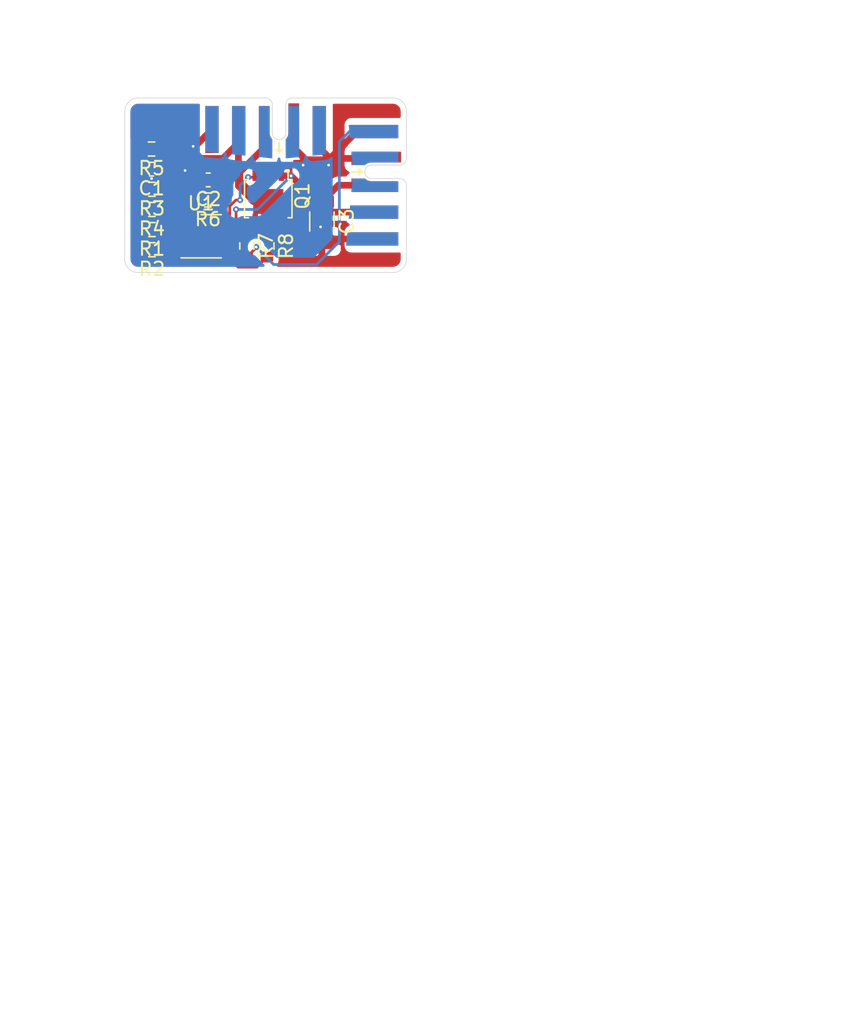
<source format=kicad_pcb>
(kicad_pcb (version 20171130) (host pcbnew "(5.1.9)-1")

  (general
    (thickness 1.6)
    (drawings 10)
    (tracks 141)
    (zones 0)
    (modules 15)
    (nets 13)
  )

  (page A4)
  (layers
    (0 F.Cu signal)
    (1 In1.Cu signal)
    (2 In2.Cu signal)
    (31 B.Cu signal)
    (32 B.Adhes user)
    (33 F.Adhes user)
    (34 B.Paste user)
    (35 F.Paste user)
    (36 B.SilkS user)
    (37 F.SilkS user)
    (38 B.Mask user)
    (39 F.Mask user)
    (40 Dwgs.User user)
    (41 Cmts.User user)
    (42 Eco1.User user)
    (43 Eco2.User user)
    (44 Edge.Cuts user)
    (45 Margin user)
    (46 B.CrtYd user)
    (47 F.CrtYd user)
    (48 B.Fab user)
    (49 F.Fab user)
  )

  (setup
    (last_trace_width 0.5)
    (user_trace_width 0.2)
    (user_trace_width 0.5)
    (trace_clearance 0.15)
    (zone_clearance 0.4)
    (zone_45_only no)
    (trace_min 0.15)
    (via_size 0.45)
    (via_drill 0.2)
    (via_min_size 0.45)
    (via_min_drill 0.2)
    (uvia_size 0.3)
    (uvia_drill 0.1)
    (uvias_allowed no)
    (uvia_min_size 0.2)
    (uvia_min_drill 0.1)
    (edge_width 0.05)
    (segment_width 0.2)
    (pcb_text_width 0.3)
    (pcb_text_size 1.5 1.5)
    (mod_edge_width 0.12)
    (mod_text_size 1 1)
    (mod_text_width 0.15)
    (pad_size 1.524 1.524)
    (pad_drill 0.762)
    (pad_to_mask_clearance 0.04)
    (solder_mask_min_width 0.1)
    (aux_axis_origin 0 0)
    (visible_elements 7FFFFFFF)
    (pcbplotparams
      (layerselection 0x010fc_ffffffff)
      (usegerberextensions false)
      (usegerberattributes false)
      (usegerberadvancedattributes false)
      (creategerberjobfile false)
      (excludeedgelayer true)
      (linewidth 0.100000)
      (plotframeref false)
      (viasonmask false)
      (mode 1)
      (useauxorigin false)
      (hpglpennumber 1)
      (hpglpenspeed 20)
      (hpglpendiameter 15.000000)
      (psnegative false)
      (psa4output false)
      (plotreference true)
      (plotvalue true)
      (plotinvisibletext false)
      (padsonsilk false)
      (subtractmaskfromsilk false)
      (outputformat 1)
      (mirror false)
      (drillshape 0)
      (scaleselection 1)
      (outputdirectory "gerber"))
  )

  (net 0 "")
  (net 1 GND)
  (net 2 "Net-(R4-Pad1)")
  (net 3 "Net-(R1-Pad1)")
  (net 4 "Net-(R2-Pad1)")
  (net 5 "Net-(R3-Pad1)")
  (net 6 /Controller/poe+_in)
  (net 7 /Controller/poe+_out)
  (net 8 /Controller/PG)
  (net 9 "Net-(C1-Pad1)")
  (net 10 "Net-(C2-Pad1)")
  (net 11 "Net-(Q1-Pad4)")
  (net 12 "Net-(R8-Pad2)")

  (net_class Default "This is the default net class."
    (clearance 0.15)
    (trace_width 0.15)
    (via_dia 0.45)
    (via_drill 0.2)
    (uvia_dia 0.3)
    (uvia_drill 0.1)
    (add_net /Controller/PG)
    (add_net /Controller/poe+_in)
    (add_net /Controller/poe+_out)
    (add_net GND)
    (add_net "Net-(C1-Pad1)")
    (add_net "Net-(C2-Pad1)")
    (add_net "Net-(Q1-Pad4)")
    (add_net "Net-(R1-Pad1)")
    (add_net "Net-(R2-Pad1)")
    (add_net "Net-(R3-Pad1)")
    (add_net "Net-(R4-Pad1)")
    (add_net "Net-(R8-Pad2)")
  )

  (module Capacitor_SMD:C_1206_3216Metric (layer F.Cu) (tedit 5F68FEEE) (tstamp 6083EA5D)
    (at 91.7 83.2 270)
    (descr "Capacitor SMD 1206 (3216 Metric), square (rectangular) end terminal, IPC_7351 nominal, (Body size source: IPC-SM-782 page 76, https://www.pcb-3d.com/wordpress/wp-content/uploads/ipc-sm-782a_amendment_1_and_2.pdf), generated with kicad-footprint-generator")
    (tags capacitor)
    (path /6083C3A8/6084FE00)
    (attr smd)
    (fp_text reference C3 (at 0 -1.85 90) (layer F.SilkS)
      (effects (font (size 1 1) (thickness 0.15)))
    )
    (fp_text value 1uF (at 0 1.85 90) (layer F.Fab)
      (effects (font (size 1 1) (thickness 0.15)))
    )
    (fp_text user %R (at 0 0 90) (layer F.Fab)
      (effects (font (size 0.8 0.8) (thickness 0.12)))
    )
    (fp_line (start -1.6 0.8) (end -1.6 -0.8) (layer F.Fab) (width 0.1))
    (fp_line (start -1.6 -0.8) (end 1.6 -0.8) (layer F.Fab) (width 0.1))
    (fp_line (start 1.6 -0.8) (end 1.6 0.8) (layer F.Fab) (width 0.1))
    (fp_line (start 1.6 0.8) (end -1.6 0.8) (layer F.Fab) (width 0.1))
    (fp_line (start -0.711252 -0.91) (end 0.711252 -0.91) (layer F.SilkS) (width 0.12))
    (fp_line (start -0.711252 0.91) (end 0.711252 0.91) (layer F.SilkS) (width 0.12))
    (fp_line (start -2.3 1.15) (end -2.3 -1.15) (layer F.CrtYd) (width 0.05))
    (fp_line (start -2.3 -1.15) (end 2.3 -1.15) (layer F.CrtYd) (width 0.05))
    (fp_line (start 2.3 -1.15) (end 2.3 1.15) (layer F.CrtYd) (width 0.05))
    (fp_line (start 2.3 1.15) (end -2.3 1.15) (layer F.CrtYd) (width 0.05))
    (pad 2 smd roundrect (at 1.475 0 270) (size 1.15 1.8) (layers F.Cu F.Paste F.Mask) (roundrect_rratio 0.217391)
      (net 1 GND))
    (pad 1 smd roundrect (at -1.475 0 270) (size 1.15 1.8) (layers F.Cu F.Paste F.Mask) (roundrect_rratio 0.217391)
      (net 7 /Controller/poe+_out))
    (model ${KISYS3DMOD}/Capacitor_SMD.3dshapes/C_1206_3216Metric.wrl
      (at (xyz 0 0 0))
      (scale (xyz 1 1 1))
      (rotate (xyz 0 0 0))
    )
  )

  (module Resistor_SMD:R_0603_1608Metric (layer F.Cu) (tedit 5F68FEEE) (tstamp 6083E8D6)
    (at 87.6 85.025 270)
    (descr "Resistor SMD 0603 (1608 Metric), square (rectangular) end terminal, IPC_7351 nominal, (Body size source: IPC-SM-782 page 72, https://www.pcb-3d.com/wordpress/wp-content/uploads/ipc-sm-782a_amendment_1_and_2.pdf), generated with kicad-footprint-generator")
    (tags resistor)
    (path /6083C3A8/6084B507)
    (attr smd)
    (fp_text reference R8 (at 0 -1.43 90) (layer F.SilkS)
      (effects (font (size 1 1) (thickness 0.15)))
    )
    (fp_text value 100k (at 0 1.43 90) (layer F.Fab)
      (effects (font (size 1 1) (thickness 0.15)))
    )
    (fp_text user %R (at 0 0 90) (layer F.Fab)
      (effects (font (size 0.4 0.4) (thickness 0.06)))
    )
    (fp_line (start -0.8 0.4125) (end -0.8 -0.4125) (layer F.Fab) (width 0.1))
    (fp_line (start -0.8 -0.4125) (end 0.8 -0.4125) (layer F.Fab) (width 0.1))
    (fp_line (start 0.8 -0.4125) (end 0.8 0.4125) (layer F.Fab) (width 0.1))
    (fp_line (start 0.8 0.4125) (end -0.8 0.4125) (layer F.Fab) (width 0.1))
    (fp_line (start -0.237258 -0.5225) (end 0.237258 -0.5225) (layer F.SilkS) (width 0.12))
    (fp_line (start -0.237258 0.5225) (end 0.237258 0.5225) (layer F.SilkS) (width 0.12))
    (fp_line (start -1.48 0.73) (end -1.48 -0.73) (layer F.CrtYd) (width 0.05))
    (fp_line (start -1.48 -0.73) (end 1.48 -0.73) (layer F.CrtYd) (width 0.05))
    (fp_line (start 1.48 -0.73) (end 1.48 0.73) (layer F.CrtYd) (width 0.05))
    (fp_line (start 1.48 0.73) (end -1.48 0.73) (layer F.CrtYd) (width 0.05))
    (pad 2 smd roundrect (at 0.825 0 270) (size 0.8 0.95) (layers F.Cu F.Paste F.Mask) (roundrect_rratio 0.25)
      (net 12 "Net-(R8-Pad2)"))
    (pad 1 smd roundrect (at -0.825 0 270) (size 0.8 0.95) (layers F.Cu F.Paste F.Mask) (roundrect_rratio 0.25)
      (net 7 /Controller/poe+_out))
    (model ${KISYS3DMOD}/Resistor_SMD.3dshapes/R_0603_1608Metric.wrl
      (at (xyz 0 0 0))
      (scale (xyz 1 1 1))
      (rotate (xyz 0 0 0))
    )
  )

  (module Resistor_SMD:R_0603_1608Metric (layer F.Cu) (tedit 5F68FEEE) (tstamp 6083E8C5)
    (at 86.1 85.025 270)
    (descr "Resistor SMD 0603 (1608 Metric), square (rectangular) end terminal, IPC_7351 nominal, (Body size source: IPC-SM-782 page 72, https://www.pcb-3d.com/wordpress/wp-content/uploads/ipc-sm-782a_amendment_1_and_2.pdf), generated with kicad-footprint-generator")
    (tags resistor)
    (path /6083C3A8/6084B0D6)
    (attr smd)
    (fp_text reference R7 (at 0 -1.43 90) (layer F.SilkS)
      (effects (font (size 1 1) (thickness 0.15)))
    )
    (fp_text value 100k (at 0 1.43 90) (layer F.Fab)
      (effects (font (size 1 1) (thickness 0.15)))
    )
    (fp_text user %R (at 0 0 90) (layer F.Fab)
      (effects (font (size 0.4 0.4) (thickness 0.06)))
    )
    (fp_line (start -0.8 0.4125) (end -0.8 -0.4125) (layer F.Fab) (width 0.1))
    (fp_line (start -0.8 -0.4125) (end 0.8 -0.4125) (layer F.Fab) (width 0.1))
    (fp_line (start 0.8 -0.4125) (end 0.8 0.4125) (layer F.Fab) (width 0.1))
    (fp_line (start 0.8 0.4125) (end -0.8 0.4125) (layer F.Fab) (width 0.1))
    (fp_line (start -0.237258 -0.5225) (end 0.237258 -0.5225) (layer F.SilkS) (width 0.12))
    (fp_line (start -0.237258 0.5225) (end 0.237258 0.5225) (layer F.SilkS) (width 0.12))
    (fp_line (start -1.48 0.73) (end -1.48 -0.73) (layer F.CrtYd) (width 0.05))
    (fp_line (start -1.48 -0.73) (end 1.48 -0.73) (layer F.CrtYd) (width 0.05))
    (fp_line (start 1.48 -0.73) (end 1.48 0.73) (layer F.CrtYd) (width 0.05))
    (fp_line (start 1.48 0.73) (end -1.48 0.73) (layer F.CrtYd) (width 0.05))
    (pad 2 smd roundrect (at 0.825 0 270) (size 0.8 0.95) (layers F.Cu F.Paste F.Mask) (roundrect_rratio 0.25)
      (net 8 /Controller/PG))
    (pad 1 smd roundrect (at -0.825 0 270) (size 0.8 0.95) (layers F.Cu F.Paste F.Mask) (roundrect_rratio 0.25)
      (net 7 /Controller/poe+_out))
    (model ${KISYS3DMOD}/Resistor_SMD.3dshapes/R_0603_1608Metric.wrl
      (at (xyz 0 0 0))
      (scale (xyz 1 1 1))
      (rotate (xyz 0 0 0))
    )
  )

  (module Resistor_SMD:R_0603_1608Metric (layer F.Cu) (tedit 5F68FEEE) (tstamp 6083DDA8)
    (at 83.2 81.6 180)
    (descr "Resistor SMD 0603 (1608 Metric), square (rectangular) end terminal, IPC_7351 nominal, (Body size source: IPC-SM-782 page 72, https://www.pcb-3d.com/wordpress/wp-content/uploads/ipc-sm-782a_amendment_1_and_2.pdf), generated with kicad-footprint-generator")
    (tags resistor)
    (path /6083C3A8/608458EC)
    (attr smd)
    (fp_text reference R6 (at 0 -1.43) (layer F.SilkS)
      (effects (font (size 1 1) (thickness 0.15)))
    )
    (fp_text value 3.3k (at 0 1.43) (layer F.Fab)
      (effects (font (size 1 1) (thickness 0.15)))
    )
    (fp_text user %R (at 0 0) (layer F.Fab)
      (effects (font (size 0.4 0.4) (thickness 0.06)))
    )
    (fp_line (start -0.8 0.4125) (end -0.8 -0.4125) (layer F.Fab) (width 0.1))
    (fp_line (start -0.8 -0.4125) (end 0.8 -0.4125) (layer F.Fab) (width 0.1))
    (fp_line (start 0.8 -0.4125) (end 0.8 0.4125) (layer F.Fab) (width 0.1))
    (fp_line (start 0.8 0.4125) (end -0.8 0.4125) (layer F.Fab) (width 0.1))
    (fp_line (start -0.237258 -0.5225) (end 0.237258 -0.5225) (layer F.SilkS) (width 0.12))
    (fp_line (start -0.237258 0.5225) (end 0.237258 0.5225) (layer F.SilkS) (width 0.12))
    (fp_line (start -1.48 0.73) (end -1.48 -0.73) (layer F.CrtYd) (width 0.05))
    (fp_line (start -1.48 -0.73) (end 1.48 -0.73) (layer F.CrtYd) (width 0.05))
    (fp_line (start 1.48 -0.73) (end 1.48 0.73) (layer F.CrtYd) (width 0.05))
    (fp_line (start 1.48 0.73) (end -1.48 0.73) (layer F.CrtYd) (width 0.05))
    (pad 2 smd roundrect (at 0.825 0 180) (size 0.8 0.95) (layers F.Cu F.Paste F.Mask) (roundrect_rratio 0.25)
      (net 10 "Net-(C2-Pad1)"))
    (pad 1 smd roundrect (at -0.825 0 180) (size 0.8 0.95) (layers F.Cu F.Paste F.Mask) (roundrect_rratio 0.25)
      (net 11 "Net-(Q1-Pad4)"))
    (model ${KISYS3DMOD}/Resistor_SMD.3dshapes/R_0603_1608Metric.wrl
      (at (xyz 0 0 0))
      (scale (xyz 1 1 1))
      (rotate (xyz 0 0 0))
    )
  )

  (module Resistor_SMD:R_0603_1608Metric (layer F.Cu) (tedit 5F68FEEE) (tstamp 6083DD97)
    (at 79 77.8 180)
    (descr "Resistor SMD 0603 (1608 Metric), square (rectangular) end terminal, IPC_7351 nominal, (Body size source: IPC-SM-782 page 72, https://www.pcb-3d.com/wordpress/wp-content/uploads/ipc-sm-782a_amendment_1_and_2.pdf), generated with kicad-footprint-generator")
    (tags resistor)
    (path /6083C3A8/6083EC7A)
    (attr smd)
    (fp_text reference R5 (at 0 -1.43) (layer F.SilkS)
      (effects (font (size 1 1) (thickness 0.15)))
    )
    (fp_text value 8.2R (at 0 1.43) (layer F.Fab)
      (effects (font (size 1 1) (thickness 0.15)))
    )
    (fp_text user %R (at 0 0) (layer F.Fab)
      (effects (font (size 0.4 0.4) (thickness 0.06)))
    )
    (fp_line (start -0.8 0.4125) (end -0.8 -0.4125) (layer F.Fab) (width 0.1))
    (fp_line (start -0.8 -0.4125) (end 0.8 -0.4125) (layer F.Fab) (width 0.1))
    (fp_line (start 0.8 -0.4125) (end 0.8 0.4125) (layer F.Fab) (width 0.1))
    (fp_line (start 0.8 0.4125) (end -0.8 0.4125) (layer F.Fab) (width 0.1))
    (fp_line (start -0.237258 -0.5225) (end 0.237258 -0.5225) (layer F.SilkS) (width 0.12))
    (fp_line (start -0.237258 0.5225) (end 0.237258 0.5225) (layer F.SilkS) (width 0.12))
    (fp_line (start -1.48 0.73) (end -1.48 -0.73) (layer F.CrtYd) (width 0.05))
    (fp_line (start -1.48 -0.73) (end 1.48 -0.73) (layer F.CrtYd) (width 0.05))
    (fp_line (start 1.48 -0.73) (end 1.48 0.73) (layer F.CrtYd) (width 0.05))
    (fp_line (start 1.48 0.73) (end -1.48 0.73) (layer F.CrtYd) (width 0.05))
    (pad 2 smd roundrect (at 0.825 0 180) (size 0.8 0.95) (layers F.Cu F.Paste F.Mask) (roundrect_rratio 0.25)
      (net 9 "Net-(C1-Pad1)"))
    (pad 1 smd roundrect (at -0.825 0 180) (size 0.8 0.95) (layers F.Cu F.Paste F.Mask) (roundrect_rratio 0.25)
      (net 6 /Controller/poe+_in))
    (model ${KISYS3DMOD}/Resistor_SMD.3dshapes/R_0603_1608Metric.wrl
      (at (xyz 0 0 0))
      (scale (xyz 1 1 1))
      (rotate (xyz 0 0 0))
    )
  )

  (module Package_TO_SOT_SMD:LFPAK33 (layer F.Cu) (tedit 5BA2DFCD) (tstamp 6083DD06)
    (at 87.7 81.3 270)
    (descr "LFPAK33 SOT-1210 https://assets.nexperia.com/documents/outline-drawing/SOT1210.pdf")
    (tags "LFPAK33 SOT-1210")
    (path /6083C3A8/60842BB2)
    (solder_mask_margin 0.05)
    (attr smd)
    (fp_text reference Q1 (at 0 -2.55 90) (layer F.SilkS)
      (effects (font (size 1 1) (thickness 0.15)))
    )
    (fp_text value PSMN5R2-60YL (at 0 2.64 90) (layer F.Fab)
      (effects (font (size 1 1) (thickness 0.15)))
    )
    (fp_text user %R (at 0 0) (layer F.Fab)
      (effects (font (size 0.75 0.75) (thickness 0.13)))
    )
    (fp_line (start -1.22 1.475) (end -1.22 1.77) (layer F.SilkS) (width 0.12))
    (fp_line (start -1.22 1.77) (end 1.62 1.77) (layer F.SilkS) (width 0.12))
    (fp_line (start 1.62 1.77) (end 1.62 1.475) (layer F.SilkS) (width 0.12))
    (fp_line (start 1.62 -1.475) (end 1.62 -1.77) (layer F.SilkS) (width 0.12))
    (fp_line (start 1.62 -1.77) (end -1.22 -1.77) (layer F.SilkS) (width 0.12))
    (fp_line (start -1.22 -1.77) (end -1.22 -1.475) (layer F.SilkS) (width 0.12))
    (fp_line (start -0.6 -1.65) (end 1.5 -1.65) (layer F.Fab) (width 0.1))
    (fp_line (start -1.1 -1.15) (end -1.1 1.65) (layer F.Fab) (width 0.1))
    (fp_line (start -1.1 1.65) (end 1.5 1.65) (layer F.Fab) (width 0.1))
    (fp_line (start 1.5 1.65) (end 1.5 -1.65) (layer F.Fab) (width 0.1))
    (fp_line (start 2.2 -1.9) (end 2.2 1.9) (layer F.CrtYd) (width 0.05))
    (fp_line (start -2.2 -1.9) (end 2.2 -1.9) (layer F.CrtYd) (width 0.05))
    (fp_line (start -2.2 1.9) (end 2.2 1.9) (layer F.CrtYd) (width 0.05))
    (fp_line (start -2.2 1.9) (end -2.2 -1.9) (layer F.CrtYd) (width 0.05))
    (fp_line (start -1.95 -1.475) (end -1.22 -1.475) (layer F.SilkS) (width 0.12))
    (fp_line (start -0.6 -1.65) (end -1.1 -1.15) (layer F.Fab) (width 0.1))
    (pad 5 smd custom (at 0.405 0 270) (size 1.85 2.25) (layers F.Cu F.Mask)
      (net 6 /Controller/poe+_in) (zone_connect 2)
      (options (clearance outline) (anchor rect))
      (primitives
        (gr_poly (pts
           (xy 0.925 -1.175) (xy 1.545 -1.175) (xy 1.545 -0.775) (xy 0.925 -0.775)) (width 0))
        (gr_poly (pts
           (xy 0.925 -0.525) (xy 1.545 -0.525) (xy 1.545 -0.125) (xy 0.925 -0.125)) (width 0))
        (gr_poly (pts
           (xy 0.925 0.125) (xy 1.545 0.125) (xy 1.545 0.525) (xy 0.925 0.525)) (width 0))
        (gr_poly (pts
           (xy 0.925 0.775) (xy 1.545 0.775) (xy 1.545 1.175) (xy 0.925 1.175)) (width 0))
      ))
    (pad "" smd rect (at 1.575 0.975 270) (size 0.75 0.3) (layers F.Paste))
    (pad "" smd rect (at 1.575 0.325 270) (size 0.75 0.3) (layers F.Paste))
    (pad "" smd rect (at 1.575 -0.325 270) (size 0.75 0.3) (layers F.Paste))
    (pad "" smd rect (at 1.575 -0.975 270) (size 0.75 0.3) (layers F.Paste))
    (pad "" smd rect (at -1.535 -0.975 270) (size 0.83 0.3) (layers F.Paste))
    (pad "" smd rect (at -1.535 -0.325 270) (size 0.83 0.3) (layers F.Paste))
    (pad "" smd rect (at -1.535 0.325 270) (size 0.83 0.3) (layers F.Paste))
    (pad 4 smd rect (at -1.535 0.975 270) (size 0.83 0.4) (layers F.Cu F.Mask)
      (net 11 "Net-(Q1-Pad4)"))
    (pad "" smd rect (at -1.535 0.975 270) (size 0.83 0.3) (layers F.Paste))
    (pad 3 smd rect (at -1.535 0.325 270) (size 0.83 0.4) (layers F.Cu F.Mask)
      (net 7 /Controller/poe+_out))
    (pad 1 smd rect (at -1.535 -0.975 270) (size 0.83 0.4) (layers F.Cu F.Mask)
      (net 7 /Controller/poe+_out))
    (pad 2 smd rect (at -1.535 -0.325 270) (size 0.83 0.4) (layers F.Cu F.Mask)
      (net 7 /Controller/poe+_out))
    (pad "" smd rect (at 0.645 0.626 270) (size 0.51 0.635) (layers F.Paste))
    (pad "" smd rect (at -0.215 0.626 270) (size 0.51 0.635) (layers F.Paste))
    (pad "" smd rect (at 0.645 -0.626 270) (size 0.51 0.635) (layers F.Paste))
    (pad "" smd rect (at -0.215 -0.626 270) (size 0.51 0.635) (layers F.Paste))
    (model ${KISYS3DMOD}/Package_TO_SOT_SMD.3dshapes/LFPAK33.wrl
      (at (xyz 0 0 0))
      (scale (xyz 1 1 1))
      (rotate (xyz 0 0 0))
    )
  )

  (module Capacitor_SMD:C_0603_1608Metric (layer F.Cu) (tedit 5F68FEEE) (tstamp 6083DC64)
    (at 83.225 80.1 180)
    (descr "Capacitor SMD 0603 (1608 Metric), square (rectangular) end terminal, IPC_7351 nominal, (Body size source: IPC-SM-782 page 76, https://www.pcb-3d.com/wordpress/wp-content/uploads/ipc-sm-782a_amendment_1_and_2.pdf), generated with kicad-footprint-generator")
    (tags capacitor)
    (path /6083C3A8/608454B4)
    (attr smd)
    (fp_text reference C2 (at 0 -1.43) (layer F.SilkS)
      (effects (font (size 1 1) (thickness 0.15)))
    )
    (fp_text value 47nF (at 0 1.43) (layer F.Fab)
      (effects (font (size 1 1) (thickness 0.15)))
    )
    (fp_text user %R (at 0 0) (layer F.Fab)
      (effects (font (size 0.4 0.4) (thickness 0.06)))
    )
    (fp_line (start -0.8 0.4) (end -0.8 -0.4) (layer F.Fab) (width 0.1))
    (fp_line (start -0.8 -0.4) (end 0.8 -0.4) (layer F.Fab) (width 0.1))
    (fp_line (start 0.8 -0.4) (end 0.8 0.4) (layer F.Fab) (width 0.1))
    (fp_line (start 0.8 0.4) (end -0.8 0.4) (layer F.Fab) (width 0.1))
    (fp_line (start -0.14058 -0.51) (end 0.14058 -0.51) (layer F.SilkS) (width 0.12))
    (fp_line (start -0.14058 0.51) (end 0.14058 0.51) (layer F.SilkS) (width 0.12))
    (fp_line (start -1.48 0.73) (end -1.48 -0.73) (layer F.CrtYd) (width 0.05))
    (fp_line (start -1.48 -0.73) (end 1.48 -0.73) (layer F.CrtYd) (width 0.05))
    (fp_line (start 1.48 -0.73) (end 1.48 0.73) (layer F.CrtYd) (width 0.05))
    (fp_line (start 1.48 0.73) (end -1.48 0.73) (layer F.CrtYd) (width 0.05))
    (pad 2 smd roundrect (at 0.775 0 180) (size 0.9 0.95) (layers F.Cu F.Paste F.Mask) (roundrect_rratio 0.25)
      (net 1 GND))
    (pad 1 smd roundrect (at -0.775 0 180) (size 0.9 0.95) (layers F.Cu F.Paste F.Mask) (roundrect_rratio 0.25)
      (net 10 "Net-(C2-Pad1)"))
    (model ${KISYS3DMOD}/Capacitor_SMD.3dshapes/C_0603_1608Metric.wrl
      (at (xyz 0 0 0))
      (scale (xyz 1 1 1))
      (rotate (xyz 0 0 0))
    )
  )

  (module Capacitor_SMD:C_0603_1608Metric (layer F.Cu) (tedit 5F68FEEE) (tstamp 6083DC53)
    (at 79 79.3 180)
    (descr "Capacitor SMD 0603 (1608 Metric), square (rectangular) end terminal, IPC_7351 nominal, (Body size source: IPC-SM-782 page 76, https://www.pcb-3d.com/wordpress/wp-content/uploads/ipc-sm-782a_amendment_1_and_2.pdf), generated with kicad-footprint-generator")
    (tags capacitor)
    (path /6083C3A8/6083F8DA)
    (attr smd)
    (fp_text reference C1 (at 0 -1.43) (layer F.SilkS)
      (effects (font (size 1 1) (thickness 0.15)))
    )
    (fp_text value C_Small (at 0 1.43) (layer F.Fab)
      (effects (font (size 1 1) (thickness 0.15)))
    )
    (fp_text user %R (at 0 0) (layer F.Fab)
      (effects (font (size 0.4 0.4) (thickness 0.06)))
    )
    (fp_line (start -0.8 0.4) (end -0.8 -0.4) (layer F.Fab) (width 0.1))
    (fp_line (start -0.8 -0.4) (end 0.8 -0.4) (layer F.Fab) (width 0.1))
    (fp_line (start 0.8 -0.4) (end 0.8 0.4) (layer F.Fab) (width 0.1))
    (fp_line (start 0.8 0.4) (end -0.8 0.4) (layer F.Fab) (width 0.1))
    (fp_line (start -0.14058 -0.51) (end 0.14058 -0.51) (layer F.SilkS) (width 0.12))
    (fp_line (start -0.14058 0.51) (end 0.14058 0.51) (layer F.SilkS) (width 0.12))
    (fp_line (start -1.48 0.73) (end -1.48 -0.73) (layer F.CrtYd) (width 0.05))
    (fp_line (start -1.48 -0.73) (end 1.48 -0.73) (layer F.CrtYd) (width 0.05))
    (fp_line (start 1.48 -0.73) (end 1.48 0.73) (layer F.CrtYd) (width 0.05))
    (fp_line (start 1.48 0.73) (end -1.48 0.73) (layer F.CrtYd) (width 0.05))
    (pad 2 smd roundrect (at 0.775 0 180) (size 0.9 0.95) (layers F.Cu F.Paste F.Mask) (roundrect_rratio 0.25)
      (net 1 GND))
    (pad 1 smd roundrect (at -0.775 0 180) (size 0.9 0.95) (layers F.Cu F.Paste F.Mask) (roundrect_rratio 0.25)
      (net 9 "Net-(C1-Pad1)"))
    (model ${KISYS3DMOD}/Capacitor_SMD.3dshapes/C_0603_1608Metric.wrl
      (at (xyz 0 0 0))
      (scale (xyz 1 1 1))
      (rotate (xyz 0 0 0))
    )
  )

  (module Package_DFN_QFN:DFN-10-1EP_3x3mm_P0.5mm_EP1.65x2.38mm (layer F.Cu) (tedit 5DC5F54E) (tstamp 6083D449)
    (at 82.7 84.3)
    (descr "DFN, 10 Pin (https://www.analog.com/media/en/technical-documentation/data-sheets/3471fb.pdf#page=15), generated with kicad-footprint-generator ipc_noLead_generator.py")
    (tags "DFN NoLead")
    (path /6083C3A8/60837287)
    (attr smd)
    (fp_text reference U1 (at 0 -2.45) (layer F.SilkS)
      (effects (font (size 1 1) (thickness 0.15)))
    )
    (fp_text value LT4275AIDDPBF-LT4275AIDDPBF (at 0 2.45) (layer F.Fab)
      (effects (font (size 1 1) (thickness 0.15)))
    )
    (fp_text user %R (at 0 0) (layer F.Fab)
      (effects (font (size 0.75 0.75) (thickness 0.11)))
    )
    (fp_line (start 0 -1.61) (end 1.5 -1.61) (layer F.SilkS) (width 0.12))
    (fp_line (start -1.5 1.61) (end 1.5 1.61) (layer F.SilkS) (width 0.12))
    (fp_line (start -0.75 -1.5) (end 1.5 -1.5) (layer F.Fab) (width 0.1))
    (fp_line (start 1.5 -1.5) (end 1.5 1.5) (layer F.Fab) (width 0.1))
    (fp_line (start 1.5 1.5) (end -1.5 1.5) (layer F.Fab) (width 0.1))
    (fp_line (start -1.5 1.5) (end -1.5 -0.75) (layer F.Fab) (width 0.1))
    (fp_line (start -1.5 -0.75) (end -0.75 -1.5) (layer F.Fab) (width 0.1))
    (fp_line (start -2.12 -1.75) (end -2.12 1.75) (layer F.CrtYd) (width 0.05))
    (fp_line (start -2.12 1.75) (end 2.12 1.75) (layer F.CrtYd) (width 0.05))
    (fp_line (start 2.12 1.75) (end 2.12 -1.75) (layer F.CrtYd) (width 0.05))
    (fp_line (start 2.12 -1.75) (end -2.12 -1.75) (layer F.CrtYd) (width 0.05))
    (pad "" smd roundrect (at 0.41 0.595) (size 0.67 0.96) (layers F.Paste) (roundrect_rratio 0.25))
    (pad "" smd roundrect (at 0.41 -0.595) (size 0.67 0.96) (layers F.Paste) (roundrect_rratio 0.25))
    (pad "" smd roundrect (at -0.41 0.595) (size 0.67 0.96) (layers F.Paste) (roundrect_rratio 0.25))
    (pad "" smd roundrect (at -0.41 -0.595) (size 0.67 0.96) (layers F.Paste) (roundrect_rratio 0.25))
    (pad 11 smd rect (at 0 0) (size 1.65 2.38) (layers F.Cu F.Mask)
      (net 1 GND))
    (pad 10 smd roundrect (at 1.45 -1) (size 0.85 0.25) (layers F.Cu F.Paste F.Mask) (roundrect_rratio 0.25)
      (net 9 "Net-(C1-Pad1)"))
    (pad 9 smd roundrect (at 1.45 -0.5) (size 0.85 0.25) (layers F.Cu F.Paste F.Mask) (roundrect_rratio 0.25)
      (net 11 "Net-(Q1-Pad4)"))
    (pad 8 smd roundrect (at 1.45 0) (size 0.85 0.25) (layers F.Cu F.Paste F.Mask) (roundrect_rratio 0.25)
      (net 7 /Controller/poe+_out))
    (pad 7 smd roundrect (at 1.45 0.5) (size 0.85 0.25) (layers F.Cu F.Paste F.Mask) (roundrect_rratio 0.25)
      (net 8 /Controller/PG))
    (pad 6 smd roundrect (at 1.45 1) (size 0.85 0.25) (layers F.Cu F.Paste F.Mask) (roundrect_rratio 0.25)
      (net 12 "Net-(R8-Pad2)"))
    (pad 5 smd roundrect (at -1.45 1) (size 0.85 0.25) (layers F.Cu F.Paste F.Mask) (roundrect_rratio 0.25)
      (net 1 GND))
    (pad 4 smd roundrect (at -1.45 0.5) (size 0.85 0.25) (layers F.Cu F.Paste F.Mask) (roundrect_rratio 0.25)
      (net 4 "Net-(R2-Pad1)"))
    (pad 3 smd roundrect (at -1.45 0) (size 0.85 0.25) (layers F.Cu F.Paste F.Mask) (roundrect_rratio 0.25)
      (net 3 "Net-(R1-Pad1)"))
    (pad 2 smd roundrect (at -1.45 -0.5) (size 0.85 0.25) (layers F.Cu F.Paste F.Mask) (roundrect_rratio 0.25)
      (net 2 "Net-(R4-Pad1)"))
    (pad 1 smd roundrect (at -1.45 -1) (size 0.85 0.25) (layers F.Cu F.Paste F.Mask) (roundrect_rratio 0.25)
      (net 5 "Net-(R3-Pad1)"))
    (model ${KISYS3DMOD}/Package_DFN_QFN.3dshapes/DFN-10-1EP_3x3mm_P0.5mm_EP1.65x2.38mm.wrl
      (at (xyz 0 0 0))
      (scale (xyz 1 1 1))
      (rotate (xyz 0 0 0))
    )
  )

  (module on_edge:on_edge_2x05_host (layer F.Cu) (tedit 607DF692) (tstamp 6083D5D7)
    (at 98 80.5 270)
    (path /6083C1DB)
    (attr virtual)
    (fp_text reference J2 (at 0.05 -3.2 180 unlocked) (layer F.Fab)
      (effects (font (size 0.5 0.5) (thickness 0.125)))
    )
    (fp_text value 014_PoE_controlled (at -1.2 -2 90) (layer F.Fab)
      (effects (font (size 1 1) (thickness 0.15)))
    )
    (fp_arc (start 0 0.5) (end 0 0) (angle -90) (layer Edge.Cuts) (width 0.05))
    (fp_arc (start -2 0.5) (end -1.5 0.5) (angle -90) (layer Edge.Cuts) (width 0.05))
    (fp_arc (start -1 2.6) (end -1.5 2.6) (angle -180) (layer Edge.Cuts) (width 0.05))
    (fp_line (start 5 -0.5) (end 5 5) (layer B.CrtYd) (width 0.05))
    (fp_line (start -5 -0.5) (end 5 -0.5) (layer B.CrtYd) (width 0.05))
    (fp_line (start -5 5) (end -5 -0.5) (layer B.CrtYd) (width 0.05))
    (fp_line (start 5 5) (end -5 5) (layer B.CrtYd) (width 0.05))
    (fp_line (start -5 -0.5) (end -5 5) (layer F.CrtYd) (width 0.05))
    (fp_line (start 5 -0.5) (end -5 -0.5) (layer F.CrtYd) (width 0.05))
    (fp_line (start 5 5) (end 5 -0.5) (layer F.CrtYd) (width 0.05))
    (fp_line (start -5 5) (end 5 5) (layer F.CrtYd) (width 0.05))
    (fp_line (start 0 0) (end 4 0) (layer Edge.Cuts) (width 0.05))
    (fp_line (start -4 0) (end -2 0) (layer Edge.Cuts) (width 0.05))
    (fp_line (start -0.5 2.6) (end -0.5 0.5) (layer Edge.Cuts) (width 0.05))
    (fp_line (start -1.5 0.5) (end -1.5 2.6) (layer Edge.Cuts) (width 0.05))
    (fp_line (start -1 3.323) (end -1.2 3.523) (layer F.SilkS) (width 0.153))
    (fp_line (start -0.8 3.523) (end -1 3.323) (layer F.SilkS) (width 0.153))
    (fp_line (start -1 4.05) (end -1 3.323) (layer F.SilkS) (width 0.153))
    (pad 2 smd custom (at -2 3.6 270) (size 1 1) (layers F.Cu F.Mask)
      (net 1 GND) (zone_connect 0)
      (options (clearance outline) (anchor rect))
      (primitives
        (gr_poly (pts
           (xy 0.3 -0.99) (xy 0.31 -0.88) (xy 0.33 -0.8) (xy 0.35 -0.74) (xy 0.37 -0.69)
           (xy 0.4 -0.64) (xy 0.44 -0.58) (xy 0.48 -0.53) (xy 0.5 -0.51) (xy 0.5 0.5)
           (xy -0.5 0.5) (xy -0.5 -3.2) (xy 0.3 -3.2)) (width 0))
      ))
    (pad 3 smd custom (at 0 3.6 270) (size 1 1) (layers F.Cu F.Mask)
      (net 7 /Controller/poe+_out) (zone_connect 0)
      (options (clearance outline) (anchor rect))
      (primitives
        (gr_poly (pts
           (xy -0.3 -0.99) (xy -0.31 -0.88) (xy -0.33 -0.8) (xy -0.35 -0.74) (xy -0.37 -0.69)
           (xy -0.4 -0.64) (xy -0.44 -0.58) (xy -0.48 -0.53) (xy -0.5 -0.51) (xy -0.5 0.5)
           (xy 0.5 0.5) (xy 0.5 -3) (xy -0.3 -3)) (width 0))
      ))
    (pad 8 smd custom (at 0 2.1 90) (size 0.4 0.4) (layers B.Cu B.Mask)
      (zone_connect 0)
      (options (clearance outline) (anchor rect))
      (primitives
        (gr_poly (pts
           (xy 0.3 -0.51) (xy 0.31 -0.62) (xy 0.33 -0.7) (xy 0.35 -0.76) (xy 0.37 -0.81)
           (xy 0.4 -0.86) (xy 0.44 -0.92) (xy 0.48 -0.97) (xy 0.5 -0.99) (xy 0.5 -1.9)
           (xy -0.5 -2) (xy -0.5 1.5) (xy 0.3 1.5)) (width 0))
      ))
    (pad 7 smd custom (at -2 2.1 90) (size 0.4 0.4) (layers B.Cu B.Mask)
      (zone_connect 0)
      (options (clearance outline) (anchor rect))
      (primitives
        (gr_poly (pts
           (xy -0.3 -0.51) (xy -0.31 -0.62) (xy -0.33 -0.7) (xy -0.35 -0.76) (xy -0.37 -0.81)
           (xy -0.4 -0.86) (xy -0.44 -0.92) (xy -0.48 -0.97) (xy -0.5 -0.99) (xy -0.5 -1.9)
           (xy 0.5 -2) (xy 0.5 1.5) (xy -0.3 1.5)) (width 0))
      ))
    (pad 4 smd rect (at 2 2.35 270) (size 1 3.5) (layers F.Cu F.Mask)
      (net 7 /Controller/poe+_out) (zone_connect 0))
    (pad 10 smd custom (at 4 2.5 90) (size 1 3.8) (layers B.Cu B.Mask)
      (zone_connect 0)
      (options (clearance outline) (anchor rect))
      (primitives
        (gr_poly (pts
           (xy 0.5 -1.9) (xy -0.5 -2) (xy -0.5 -1.9)) (width 0))
      ))
    (pad 9 smd custom (at 2 2.4 90) (size 1 3.6) (layers B.Cu B.Mask)
      (zone_connect 0)
      (options (clearance outline) (anchor rect))
      (primitives
        (gr_poly (pts
           (xy 0.5 -1.8) (xy -0.5 -1.9) (xy -0.5 -1.8)) (width 0))
      ))
    (pad 6 smd custom (at -4 2.4 90) (size 1 3.6) (layers B.Cu B.Mask)
      (net 8 /Controller/PG) (zone_connect 0)
      (options (clearance outline) (anchor rect))
      (primitives
        (gr_poly (pts
           (xy 0.5 -1.8) (xy 0.5 -1.9) (xy -0.5 -1.8)) (width 0))
      ))
    (pad 5 smd rect (at 4 2.35 270) (size 1 3.5) (layers F.Cu F.Mask)
      (net 1 GND) (zone_connect 0))
    (pad 1 smd rect (at -4 2.35 270) (size 1 3.5) (layers F.Cu F.Mask)
      (net 1 GND) (zone_connect 0))
  )

  (module on_edge:on_edge_2x05_device (layer F.Cu) (tedit 607DF540) (tstamp 6083D5B7)
    (at 87.5 74 180)
    (path /6083A976)
    (attr virtual)
    (fp_text reference J1 (at 0 1.2 180 unlocked) (layer F.Fab)
      (effects (font (size 0.5 0.5) (thickness 0.05)))
    )
    (fp_text value 013_PoE_rectified (at 0 2 180 unlocked) (layer F.Fab)
      (effects (font (size 0.5 0.5) (thickness 0.05)))
    )
    (fp_arc (start -2 -0.5) (end -2 0) (angle -90) (layer Edge.Cuts) (width 0.05))
    (fp_arc (start 0 -0.5) (end -0.5 -0.5) (angle -90) (layer Edge.Cuts) (width 0.05))
    (fp_arc (start -1 -2.6) (end -0.5 -2.6) (angle -180) (layer Edge.Cuts) (width 0.05))
    (fp_line (start -1.5 -2.6) (end -1.5 -0.5) (layer Edge.Cuts) (width 0.05))
    (fp_line (start -0.5 -0.5) (end -0.5 -2.6) (layer Edge.Cuts) (width 0.05))
    (fp_line (start -1.2 -3.85) (end -1 -4.05) (layer F.SilkS) (width 0.153))
    (fp_line (start -1 -4.05) (end -0.8 -3.85) (layer F.SilkS) (width 0.153))
    (fp_line (start -1 -4.05) (end -1 -3.323) (layer F.SilkS) (width 0.153))
    (fp_line (start -4 0) (end -2 0) (layer Edge.Cuts) (width 0.05))
    (fp_line (start 0 0) (end 4 0) (layer Edge.Cuts) (width 0.05))
    (fp_line (start -5 -5) (end 5 -5) (layer F.CrtYd) (width 0.05))
    (fp_line (start 5 -5) (end 5 0.5) (layer F.CrtYd) (width 0.05))
    (fp_line (start 5 0.5) (end -5 0.5) (layer F.CrtYd) (width 0.05))
    (fp_line (start -5 0.5) (end -5 -5) (layer F.CrtYd) (width 0.05))
    (fp_line (start 5 -5) (end -5 -5) (layer B.CrtYd) (width 0.05))
    (fp_line (start -5 -5) (end -5 0.5) (layer B.CrtYd) (width 0.05))
    (fp_line (start -5 0.5) (end 5 0.5) (layer B.CrtYd) (width 0.05))
    (fp_line (start 5 0.5) (end 5 -5) (layer B.CrtYd) (width 0.05))
    (pad 2 smd custom (at -2 -3.6 180) (size 1 1) (layers F.Cu F.Mask)
      (net 1 GND) (zone_connect 0)
      (options (clearance outline) (anchor rect))
      (primitives
        (gr_poly (pts
           (xy 0.3 1) (xy 0.31 0.89) (xy 0.33 0.81) (xy 0.35 0.75) (xy 0.37 0.7)
           (xy 0.4 0.65) (xy 0.44 0.59) (xy 0.48 0.54) (xy 0.5 0.52) (xy 0.5 -0.5)
           (xy -0.5 -0.5) (xy -0.5 3.2) (xy 0.3 3.2)) (width 0))
      ))
    (pad 3 smd custom (at 0 -3.6 180) (size 1 1) (layers F.Cu F.Mask)
      (net 6 /Controller/poe+_in) (zone_connect 0)
      (options (clearance outline) (anchor rect))
      (primitives
        (gr_poly (pts
           (xy -0.3 1) (xy -0.31 0.89) (xy -0.33 0.81) (xy -0.35 0.75) (xy -0.37 0.7)
           (xy -0.4 0.65) (xy -0.44 0.59) (xy -0.48 0.54) (xy -0.5 0.52) (xy -0.5 -0.5)
           (xy 0.5 -0.5) (xy 0.5 3) (xy -0.3 3)) (width 0))
      ))
    (pad 8 smd custom (at 0 -2.1 180) (size 0.4 0.4) (layers B.Cu B.Mask)
      (zone_connect 0)
      (options (clearance outline) (anchor rect))
      (primitives
        (gr_poly (pts
           (xy -0.3 -0.51) (xy -0.31 -0.62) (xy -0.33 -0.7) (xy -0.35 -0.76) (xy -0.37 -0.81)
           (xy -0.4 -0.86) (xy -0.44 -0.92) (xy -0.48 -0.97) (xy -0.5 -0.99) (xy -0.5 -2.4)
           (xy 0.5 -2.3) (xy 0.5 1.5) (xy -0.3 1.5)) (width 0))
      ))
    (pad 7 smd custom (at -2 -2.1 180) (size 0.4 0.4) (layers B.Cu B.Mask)
      (zone_connect 0)
      (options (clearance outline) (anchor rect))
      (primitives
        (gr_poly (pts
           (xy 0.3 -0.51) (xy 0.31 -0.62) (xy 0.33 -0.7) (xy 0.35 -0.76) (xy 0.37 -0.81)
           (xy 0.4 -0.86) (xy 0.44 -0.92) (xy 0.48 -0.97) (xy 0.5 -0.99) (xy 0.5 -2.4)
           (xy -0.5 -2.3) (xy -0.5 1.5) (xy 0.3 1.5)) (width 0))
      ))
    (pad 10 smd custom (at 4 -2.3 180) (size 1 3.4) (layers B.Cu B.Mask)
      (zone_connect 0)
      (options (clearance outline) (anchor rect))
      (primitives
        (gr_poly (pts
           (xy -0.5 -1.7) (xy -0.5 -1.8) (xy 0.5 -1.7)) (width 0))
      ))
    (pad 9 smd custom (at 2 -2.4 180) (size 1 3.6) (layers B.Cu B.Mask)
      (zone_connect 0)
      (options (clearance outline) (anchor rect))
      (primitives
        (gr_poly (pts
           (xy -0.5 -1.8) (xy -0.5 -1.9) (xy 0.5 -1.8)) (width 0))
      ))
    (pad 6 smd custom (at -4 -2.4 180) (size 1 3.6) (layers B.Cu B.Mask)
      (zone_connect 0)
      (options (clearance outline) (anchor rect))
      (primitives
        (gr_poly (pts
           (xy 0.5 -1.8) (xy 0.5 -1.9) (xy -0.5 -1.8)) (width 0))
      ))
    (pad 5 smd rect (at 4 -2.35) (size 1 3.5) (layers F.Cu F.Mask)
      (net 1 GND) (zone_connect 0))
    (pad 1 smd rect (at -4 -2.35) (size 1 3.5) (layers F.Cu F.Mask)
      (net 1 GND) (zone_connect 0))
    (pad 4 smd rect (at 2 -2.35) (size 1 3.5) (layers F.Cu F.Mask)
      (net 6 /Controller/poe+_in) (zone_connect 0))
  )

  (module Resistor_SMD:R_0603_1608Metric (layer F.Cu) (tedit 5F68FEEE) (tstamp 60837173)
    (at 79.025 82.3 180)
    (descr "Resistor SMD 0603 (1608 Metric), square (rectangular) end terminal, IPC_7351 nominal, (Body size source: IPC-SM-782 page 72, https://www.pcb-3d.com/wordpress/wp-content/uploads/ipc-sm-782a_amendment_1_and_2.pdf), generated with kicad-footprint-generator")
    (tags resistor)
    (path /6083C3A8/608389AA)
    (attr smd)
    (fp_text reference R4 (at 0 -1.43) (layer F.SilkS)
      (effects (font (size 1 1) (thickness 0.15)))
    )
    (fp_text value 0R (at 0 1.43) (layer F.Fab)
      (effects (font (size 1 1) (thickness 0.15)))
    )
    (fp_text user %R (at 0 0) (layer F.Fab)
      (effects (font (size 0.4 0.4) (thickness 0.06)))
    )
    (fp_line (start -0.8 0.4125) (end -0.8 -0.4125) (layer F.Fab) (width 0.1))
    (fp_line (start -0.8 -0.4125) (end 0.8 -0.4125) (layer F.Fab) (width 0.1))
    (fp_line (start 0.8 -0.4125) (end 0.8 0.4125) (layer F.Fab) (width 0.1))
    (fp_line (start 0.8 0.4125) (end -0.8 0.4125) (layer F.Fab) (width 0.1))
    (fp_line (start -0.237258 -0.5225) (end 0.237258 -0.5225) (layer F.SilkS) (width 0.12))
    (fp_line (start -0.237258 0.5225) (end 0.237258 0.5225) (layer F.SilkS) (width 0.12))
    (fp_line (start -1.48 0.73) (end -1.48 -0.73) (layer F.CrtYd) (width 0.05))
    (fp_line (start -1.48 -0.73) (end 1.48 -0.73) (layer F.CrtYd) (width 0.05))
    (fp_line (start 1.48 -0.73) (end 1.48 0.73) (layer F.CrtYd) (width 0.05))
    (fp_line (start 1.48 0.73) (end -1.48 0.73) (layer F.CrtYd) (width 0.05))
    (pad 2 smd roundrect (at 0.825 0 180) (size 0.8 0.95) (layers F.Cu F.Paste F.Mask) (roundrect_rratio 0.25)
      (net 1 GND))
    (pad 1 smd roundrect (at -0.825 0 180) (size 0.8 0.95) (layers F.Cu F.Paste F.Mask) (roundrect_rratio 0.25)
      (net 2 "Net-(R4-Pad1)"))
    (model ${KISYS3DMOD}/Resistor_SMD.3dshapes/R_0603_1608Metric.wrl
      (at (xyz 0 0 0))
      (scale (xyz 1 1 1))
      (rotate (xyz 0 0 0))
    )
  )

  (module Resistor_SMD:R_0603_1608Metric (layer F.Cu) (tedit 5F68FEEE) (tstamp 60837162)
    (at 79.025 80.8 180)
    (descr "Resistor SMD 0603 (1608 Metric), square (rectangular) end terminal, IPC_7351 nominal, (Body size source: IPC-SM-782 page 72, https://www.pcb-3d.com/wordpress/wp-content/uploads/ipc-sm-782a_amendment_1_and_2.pdf), generated with kicad-footprint-generator")
    (tags resistor)
    (path /6083C3A8/60838BB0)
    (attr smd)
    (fp_text reference R3 (at 0 -1.43) (layer F.SilkS)
      (effects (font (size 1 1) (thickness 0.15)))
    )
    (fp_text value 0R (at 0 1.43) (layer F.Fab)
      (effects (font (size 1 1) (thickness 0.15)))
    )
    (fp_text user %R (at 0 0) (layer F.Fab)
      (effects (font (size 0.4 0.4) (thickness 0.06)))
    )
    (fp_line (start -0.8 0.4125) (end -0.8 -0.4125) (layer F.Fab) (width 0.1))
    (fp_line (start -0.8 -0.4125) (end 0.8 -0.4125) (layer F.Fab) (width 0.1))
    (fp_line (start 0.8 -0.4125) (end 0.8 0.4125) (layer F.Fab) (width 0.1))
    (fp_line (start 0.8 0.4125) (end -0.8 0.4125) (layer F.Fab) (width 0.1))
    (fp_line (start -0.237258 -0.5225) (end 0.237258 -0.5225) (layer F.SilkS) (width 0.12))
    (fp_line (start -0.237258 0.5225) (end 0.237258 0.5225) (layer F.SilkS) (width 0.12))
    (fp_line (start -1.48 0.73) (end -1.48 -0.73) (layer F.CrtYd) (width 0.05))
    (fp_line (start -1.48 -0.73) (end 1.48 -0.73) (layer F.CrtYd) (width 0.05))
    (fp_line (start 1.48 -0.73) (end 1.48 0.73) (layer F.CrtYd) (width 0.05))
    (fp_line (start 1.48 0.73) (end -1.48 0.73) (layer F.CrtYd) (width 0.05))
    (pad 2 smd roundrect (at 0.825 0 180) (size 0.8 0.95) (layers F.Cu F.Paste F.Mask) (roundrect_rratio 0.25)
      (net 1 GND))
    (pad 1 smd roundrect (at -0.825 0 180) (size 0.8 0.95) (layers F.Cu F.Paste F.Mask) (roundrect_rratio 0.25)
      (net 5 "Net-(R3-Pad1)"))
    (model ${KISYS3DMOD}/Resistor_SMD.3dshapes/R_0603_1608Metric.wrl
      (at (xyz 0 0 0))
      (scale (xyz 1 1 1))
      (rotate (xyz 0 0 0))
    )
  )

  (module Resistor_SMD:R_0603_1608Metric (layer F.Cu) (tedit 5F68FEEE) (tstamp 60837151)
    (at 79.025 85.3 180)
    (descr "Resistor SMD 0603 (1608 Metric), square (rectangular) end terminal, IPC_7351 nominal, (Body size source: IPC-SM-782 page 72, https://www.pcb-3d.com/wordpress/wp-content/uploads/ipc-sm-782a_amendment_1_and_2.pdf), generated with kicad-footprint-generator")
    (tags resistor)
    (path /6083C3A8/60838397)
    (attr smd)
    (fp_text reference R2 (at 0 -1.43) (layer F.SilkS)
      (effects (font (size 1 1) (thickness 0.15)))
    )
    (fp_text value 118R (at 0 1.43) (layer F.Fab)
      (effects (font (size 1 1) (thickness 0.15)))
    )
    (fp_text user %R (at 0 0) (layer F.Fab)
      (effects (font (size 0.4 0.4) (thickness 0.06)))
    )
    (fp_line (start -0.8 0.4125) (end -0.8 -0.4125) (layer F.Fab) (width 0.1))
    (fp_line (start -0.8 -0.4125) (end 0.8 -0.4125) (layer F.Fab) (width 0.1))
    (fp_line (start 0.8 -0.4125) (end 0.8 0.4125) (layer F.Fab) (width 0.1))
    (fp_line (start 0.8 0.4125) (end -0.8 0.4125) (layer F.Fab) (width 0.1))
    (fp_line (start -0.237258 -0.5225) (end 0.237258 -0.5225) (layer F.SilkS) (width 0.12))
    (fp_line (start -0.237258 0.5225) (end 0.237258 0.5225) (layer F.SilkS) (width 0.12))
    (fp_line (start -1.48 0.73) (end -1.48 -0.73) (layer F.CrtYd) (width 0.05))
    (fp_line (start -1.48 -0.73) (end 1.48 -0.73) (layer F.CrtYd) (width 0.05))
    (fp_line (start 1.48 -0.73) (end 1.48 0.73) (layer F.CrtYd) (width 0.05))
    (fp_line (start 1.48 0.73) (end -1.48 0.73) (layer F.CrtYd) (width 0.05))
    (pad 2 smd roundrect (at 0.825 0 180) (size 0.8 0.95) (layers F.Cu F.Paste F.Mask) (roundrect_rratio 0.25)
      (net 1 GND))
    (pad 1 smd roundrect (at -0.825 0 180) (size 0.8 0.95) (layers F.Cu F.Paste F.Mask) (roundrect_rratio 0.25)
      (net 4 "Net-(R2-Pad1)"))
    (model ${KISYS3DMOD}/Resistor_SMD.3dshapes/R_0603_1608Metric.wrl
      (at (xyz 0 0 0))
      (scale (xyz 1 1 1))
      (rotate (xyz 0 0 0))
    )
  )

  (module Resistor_SMD:R_0603_1608Metric (layer F.Cu) (tedit 5F68FEEE) (tstamp 60837140)
    (at 79.025 83.8 180)
    (descr "Resistor SMD 0603 (1608 Metric), square (rectangular) end terminal, IPC_7351 nominal, (Body size source: IPC-SM-782 page 72, https://www.pcb-3d.com/wordpress/wp-content/uploads/ipc-sm-782a_amendment_1_and_2.pdf), generated with kicad-footprint-generator")
    (tags resistor)
    (path /6083C3A8/608386FF)
    (attr smd)
    (fp_text reference R1 (at 0 -1.43) (layer F.SilkS)
      (effects (font (size 1 1) (thickness 0.15)))
    )
    (fp_text value 49.9R (at 0 1.43) (layer F.Fab)
      (effects (font (size 1 1) (thickness 0.15)))
    )
    (fp_text user %R (at 0 0) (layer F.Fab)
      (effects (font (size 0.4 0.4) (thickness 0.06)))
    )
    (fp_line (start -0.8 0.4125) (end -0.8 -0.4125) (layer F.Fab) (width 0.1))
    (fp_line (start -0.8 -0.4125) (end 0.8 -0.4125) (layer F.Fab) (width 0.1))
    (fp_line (start 0.8 -0.4125) (end 0.8 0.4125) (layer F.Fab) (width 0.1))
    (fp_line (start 0.8 0.4125) (end -0.8 0.4125) (layer F.Fab) (width 0.1))
    (fp_line (start -0.237258 -0.5225) (end 0.237258 -0.5225) (layer F.SilkS) (width 0.12))
    (fp_line (start -0.237258 0.5225) (end 0.237258 0.5225) (layer F.SilkS) (width 0.12))
    (fp_line (start -1.48 0.73) (end -1.48 -0.73) (layer F.CrtYd) (width 0.05))
    (fp_line (start -1.48 -0.73) (end 1.48 -0.73) (layer F.CrtYd) (width 0.05))
    (fp_line (start 1.48 -0.73) (end 1.48 0.73) (layer F.CrtYd) (width 0.05))
    (fp_line (start 1.48 0.73) (end -1.48 0.73) (layer F.CrtYd) (width 0.05))
    (pad 2 smd roundrect (at 0.825 0 180) (size 0.8 0.95) (layers F.Cu F.Paste F.Mask) (roundrect_rratio 0.25)
      (net 1 GND))
    (pad 1 smd roundrect (at -0.825 0 180) (size 0.8 0.95) (layers F.Cu F.Paste F.Mask) (roundrect_rratio 0.25)
      (net 3 "Net-(R1-Pad1)"))
    (model ${KISYS3DMOD}/Resistor_SMD.3dshapes/R_0603_1608Metric.wrl
      (at (xyz 0 0 0))
      (scale (xyz 1 1 1))
      (rotate (xyz 0 0 0))
    )
  )

  (gr_line (start 98 76.5) (end 98 75) (layer Edge.Cuts) (width 0.05) (tstamp 6083D7CB))
  (gr_line (start 98 86) (end 98 84.5) (layer Edge.Cuts) (width 0.05))
  (gr_line (start 91.5 74) (end 97 74) (layer Edge.Cuts) (width 0.05) (tstamp 6083D74D))
  (gr_line (start 83.5 74) (end 78 74) (layer Edge.Cuts) (width 0.05) (tstamp 6083D74C))
  (gr_line (start 77 86) (end 77 75) (layer Edge.Cuts) (width 0.05) (tstamp 6083704E))
  (gr_line (start 97 87) (end 78 87) (layer Edge.Cuts) (width 0.05) (tstamp 6083704D))
  (gr_arc (start 78 86) (end 77 86) (angle -90) (layer Edge.Cuts) (width 0.05))
  (gr_arc (start 97 86) (end 97 87) (angle -90) (layer Edge.Cuts) (width 0.05))
  (gr_arc (start 78 75) (end 78 74) (angle -90) (layer Edge.Cuts) (width 0.05))
  (gr_arc (start 97 75) (end 98 75) (angle -90) (layer Edge.Cuts) (width 0.05))

  (via (at 81.5 79.4) (size 0.45) (drill 0.2) (layers F.Cu B.Cu) (net 1))
  (segment (start 82.2 80.1) (end 81.5 79.4) (width 0.5) (layer F.Cu) (net 1))
  (segment (start 82.45 80.1) (end 82.2 80.1) (width 0.5) (layer F.Cu) (net 1))
  (via (at 82.1 77.6) (size 0.45) (drill 0.2) (layers F.Cu B.Cu) (net 1))
  (segment (start 81.5 78.2) (end 82.1 77.6) (width 0.5) (layer B.Cu) (net 1))
  (segment (start 81.5 79.4) (end 81.5 78.2) (width 0.5) (layer B.Cu) (net 1))
  (segment (start 82.25 77.6) (end 83.5 76.35) (width 0.5) (layer F.Cu) (net 1))
  (segment (start 82.1 77.6) (end 82.25 77.6) (width 0.5) (layer F.Cu) (net 1))
  (via (at 79 80) (size 0.45) (drill 0.2) (layers F.Cu B.Cu) (net 1))
  (segment (start 78.3 79.3) (end 79 80) (width 0.5) (layer F.Cu) (net 1))
  (segment (start 78.225 79.3) (end 78.3 79.3) (width 0.5) (layer F.Cu) (net 1))
  (segment (start 80.9 80) (end 81.5 79.4) (width 0.5) (layer B.Cu) (net 1))
  (segment (start 79 80) (end 80.9 80) (width 0.5) (layer B.Cu) (net 1))
  (segment (start 78.2 80.8) (end 79 80) (width 0.5) (layer F.Cu) (net 1))
  (segment (start 78.2 85.3) (end 78.2 80.8) (width 0.5) (layer F.Cu) (net 1))
  (segment (start 91.875 84.5) (end 91.7 84.675) (width 0.5) (layer F.Cu) (net 1))
  (segment (start 95.65 84.5) (end 91.875 84.5) (width 0.5) (layer F.Cu) (net 1))
  (segment (start 94.4 78.5) (end 92.3 78.5) (width 0.5) (layer F.Cu) (net 1))
  (segment (start 91.5 77.7) (end 91.5 76.35) (width 0.5) (layer F.Cu) (net 1))
  (segment (start 92.3 78.5) (end 91.5 77.7) (width 0.5) (layer F.Cu) (net 1))
  (segment (start 94.3 76.5) (end 92.3 78.5) (width 0.5) (layer F.Cu) (net 1))
  (segment (start 95.65 76.5) (end 94.3 76.5) (width 0.5) (layer F.Cu) (net 1))
  (segment (start 89.5 77.6) (end 90.5 78.6) (width 0.5) (layer F.Cu) (net 1))
  (segment (start 92.2 78.6) (end 92.3 78.5) (width 0.5) (layer F.Cu) (net 1))
  (segment (start 90.5 78.6) (end 92.2 78.6) (width 0.5) (layer F.Cu) (net 1))
  (segment (start 81.7 85.3) (end 82.7 84.3) (width 0.2) (layer F.Cu) (net 1))
  (segment (start 81.25 85.3) (end 81.7 85.3) (width 0.2) (layer F.Cu) (net 1))
  (segment (start 78.92501 86.02501) (end 78.2 85.3) (width 0.2) (layer F.Cu) (net 1))
  (segment (start 80.52499 86.02501) (end 78.92501 86.02501) (width 0.2) (layer F.Cu) (net 1))
  (segment (start 81.25 85.3) (end 80.52499 86.02501) (width 0.2) (layer F.Cu) (net 1))
  (segment (start 82.1 77.918198) (end 83.181802 79) (width 0.5) (layer B.Cu) (net 1))
  (segment (start 82.1 77.6) (end 82.1 77.918198) (width 0.5) (layer B.Cu) (net 1))
  (via (at 90.3 79) (size 0.45) (drill 0.2) (layers F.Cu B.Cu) (net 1))
  (segment (start 83.181802 79) (end 90.3 79) (width 0.5) (layer B.Cu) (net 1))
  (segment (start 90.3 78.4) (end 89.5 77.6) (width 0.5) (layer F.Cu) (net 1))
  (segment (start 90.3 79) (end 90.3 78.4) (width 0.5) (layer F.Cu) (net 1))
  (via (at 92.2 79) (size 0.45) (drill 0.2) (layers F.Cu B.Cu) (net 1))
  (segment (start 90.3 79) (end 92.2 79) (width 0.5) (layer B.Cu) (net 1))
  (segment (start 92.2 79) (end 92.2 78.6) (width 0.5) (layer F.Cu) (net 1))
  (via (at 91.6 83.6) (size 0.45) (drill 0.2) (layers F.Cu B.Cu) (net 1))
  (segment (start 91.7 83.7) (end 91.6 83.6) (width 0.5) (layer F.Cu) (net 1))
  (segment (start 91.7 84.675) (end 91.7 83.7) (width 0.5) (layer F.Cu) (net 1))
  (segment (start 91.6 79.6) (end 92.2 79) (width 0.5) (layer B.Cu) (net 1))
  (segment (start 91.6 83.6) (end 91.6 79.6) (width 0.5) (layer B.Cu) (net 1))
  (segment (start 80.883044 83.8) (end 81.25 83.8) (width 0.2) (layer F.Cu) (net 2))
  (segment (start 80.50001 83.416966) (end 80.883044 83.8) (width 0.2) (layer F.Cu) (net 2))
  (segment (start 80.50001 83.338598) (end 80.50001 83.416966) (width 0.2) (layer F.Cu) (net 2))
  (segment (start 79.85 82.688588) (end 80.50001 83.338598) (width 0.2) (layer F.Cu) (net 2))
  (segment (start 79.85 82.3) (end 79.85 82.688588) (width 0.2) (layer F.Cu) (net 2))
  (segment (start 80.35 84.3) (end 81.25 84.3) (width 0.2) (layer F.Cu) (net 3))
  (segment (start 79.85 83.8) (end 80.35 84.3) (width 0.2) (layer F.Cu) (net 3))
  (segment (start 80.35 84.8) (end 81.25 84.8) (width 0.2) (layer F.Cu) (net 4))
  (segment (start 79.85 85.3) (end 80.35 84.8) (width 0.2) (layer F.Cu) (net 4))
  (segment (start 79.85 80.8) (end 80.549989 81.499989) (width 0.2) (layer F.Cu) (net 5))
  (segment (start 80.549989 81.499989) (end 80.54999 82.64498) (width 0.2) (layer F.Cu) (net 5))
  (segment (start 80.54999 82.64498) (end 81.20501 83.3) (width 0.2) (layer F.Cu) (net 5))
  (segment (start 81.20501 83.3) (end 81.25 83.3) (width 0.2) (layer F.Cu) (net 5))
  (segment (start 86.575 81.705) (end 87.7 81.705) (width 0.5) (layer F.Cu) (net 6))
  (segment (start 85.474999 76.375001) (end 85.5 76.35) (width 0.5) (layer F.Cu) (net 6))
  (segment (start 86.575 81.200002) (end 86.575 81.705) (width 0.5) (layer F.Cu) (net 6))
  (segment (start 86.575 81.705) (end 86.575 81.649996) (width 0.5) (layer F.Cu) (net 6))
  (segment (start 87.5 77.6) (end 85.574999 79.525001) (width 0.5) (layer F.Cu) (net 6))
  (segment (start 85.574999 80.200001) (end 86.575 81.200002) (width 0.5) (layer F.Cu) (net 6))
  (segment (start 86.575 81.649996) (end 85.474999 80.549995) (width 0.5) (layer F.Cu) (net 6))
  (segment (start 85.474999 80.549995) (end 85.474999 76.375001) (width 0.5) (layer F.Cu) (net 6))
  (segment (start 85.574999 79.525001) (end 85.574999 80.200001) (width 0.5) (layer F.Cu) (net 6))
  (segment (start 84.320001 78.500001) (end 85.5 77.320002) (width 0.5) (layer F.Cu) (net 6))
  (segment (start 80.525001 78.500001) (end 84.320001 78.500001) (width 0.5) (layer F.Cu) (net 6))
  (segment (start 85.5 77.320002) (end 85.5 76.35) (width 0.5) (layer F.Cu) (net 6))
  (segment (start 79.825 77.8) (end 80.525001 78.500001) (width 0.5) (layer F.Cu) (net 6))
  (via (at 85.6 81.6) (size 0.45) (drill 0.2) (layers F.Cu B.Cu) (net 11))
  (segment (start 85.6 80.5) (end 86.2 79.9) (width 0.2) (layer B.Cu) (net 11))
  (segment (start 85.6 81.6) (end 85.6 80.5) (width 0.2) (layer B.Cu) (net 11))
  (via (at 86.2 79.9) (size 0.45) (drill 0.2) (layers F.Cu B.Cu) (net 11))
  (segment (start 86.59 79.9) (end 86.725 79.765) (width 0.2) (layer F.Cu) (net 11))
  (segment (start 86.2 79.9) (end 86.59 79.9) (width 0.2) (layer F.Cu) (net 11))
  (via (at 89.4 79.8) (size 0.45) (drill 0.2) (layers F.Cu B.Cu) (net 7))
  (segment (start 89.4 79.8) (end 89.4 79.3) (width 0.2) (layer F.Cu) (net 7))
  (segment (start 89.4 79.3) (end 89.3 79.2) (width 0.2) (layer F.Cu) (net 7))
  (segment (start 89.3 79.2) (end 88.8 79.2) (width 0.2) (layer F.Cu) (net 7))
  (segment (start 88.675 79.325) (end 88.675 79.765) (width 0.2) (layer F.Cu) (net 7))
  (segment (start 88.8 79.2) (end 88.675 79.325) (width 0.2) (layer F.Cu) (net 7))
  (segment (start 87.375 79.765) (end 87.375 79.325) (width 0.2) (layer F.Cu) (net 7))
  (segment (start 87.375 79.325) (end 87.5 79.2) (width 0.2) (layer F.Cu) (net 7))
  (segment (start 88.55 79.2) (end 88.675 79.325) (width 0.2) (layer F.Cu) (net 7))
  (segment (start 88.025 79.275) (end 88.1 79.2) (width 0.2) (layer F.Cu) (net 7))
  (segment (start 88.025 79.765) (end 88.025 79.275) (width 0.2) (layer F.Cu) (net 7))
  (segment (start 88.1 79.2) (end 88.55 79.2) (width 0.2) (layer F.Cu) (net 7))
  (segment (start 87.5 79.2) (end 88.1 79.2) (width 0.2) (layer F.Cu) (net 7))
  (segment (start 85.3 83.575) (end 85.3 82.3) (width 0.2) (layer F.Cu) (net 7))
  (segment (start 84.15 84.3) (end 84.575 84.3) (width 0.2) (layer F.Cu) (net 7))
  (via (at 85.3 82.3) (size 0.45) (drill 0.2) (layers F.Cu B.Cu) (net 7))
  (segment (start 89.4 79.8) (end 86.9 82.3) (width 0.2) (layer B.Cu) (net 7))
  (segment (start 86.9 82.3) (end 85.3 82.3) (width 0.2) (layer B.Cu) (net 7))
  (segment (start 84.575 84.3) (end 85.3 83.575) (width 0.2) (layer F.Cu) (net 7))
  (segment (start 86 84.3) (end 86.1 84.2) (width 0.2) (layer F.Cu) (net 7))
  (segment (start 84.15 84.3) (end 86 84.3) (width 0.2) (layer F.Cu) (net 7))
  (segment (start 87.6 84.2) (end 86.1 84.2) (width 0.2) (layer F.Cu) (net 7))
  (segment (start 92.475 82.5) (end 91.7 81.725) (width 0.5) (layer F.Cu) (net 7))
  (segment (start 95.65 82.5) (end 92.475 82.5) (width 0.5) (layer F.Cu) (net 7))
  (segment (start 92.925 80.5) (end 91.7 81.725) (width 0.5) (layer F.Cu) (net 7))
  (segment (start 94.4 80.5) (end 92.925 80.5) (width 0.5) (layer F.Cu) (net 7))
  (segment (start 91.325 81.725) (end 89.4 79.8) (width 0.5) (layer F.Cu) (net 7))
  (segment (start 91.7 81.725) (end 91.325 81.725) (width 0.5) (layer F.Cu) (net 7))
  (segment (start 87.41 79.8) (end 87.375 79.765) (width 0.5) (layer F.Cu) (net 7))
  (segment (start 89.4 79.8) (end 87.41 79.8) (width 0.5) (layer F.Cu) (net 7))
  (segment (start 84.575 84.8) (end 85.625 85.85) (width 0.2) (layer F.Cu) (net 8))
  (segment (start 85.625 85.85) (end 86.1 85.85) (width 0.2) (layer F.Cu) (net 8))
  (segment (start 84.15 84.8) (end 84.575 84.8) (width 0.2) (layer F.Cu) (net 8))
  (segment (start 93.75 76.5) (end 93 77.25) (width 0.2) (layer B.Cu) (net 8))
  (segment (start 95.6 76.5) (end 93.75 76.5) (width 0.2) (layer B.Cu) (net 8))
  (segment (start 93 77.25) (end 93 84.7) (width 0.2) (layer B.Cu) (net 8))
  (segment (start 93 84.7) (end 91.3 86.4) (width 0.2) (layer B.Cu) (net 8))
  (via (at 86.8 85.1) (size 0.45) (drill 0.2) (layers F.Cu B.Cu) (net 8))
  (segment (start 88.1 86.4) (end 86.8 85.1) (width 0.2) (layer B.Cu) (net 8))
  (segment (start 91.3 86.4) (end 88.1 86.4) (width 0.2) (layer B.Cu) (net 8))
  (segment (start 86.8 85.15) (end 86.1 85.85) (width 0.2) (layer F.Cu) (net 8))
  (segment (start 86.8 85.1) (end 86.8 85.15) (width 0.2) (layer F.Cu) (net 8))
  (segment (start 79.675 79.3) (end 78.175 77.8) (width 0.2) (layer F.Cu) (net 9))
  (segment (start 79.775 79.3) (end 79.675 79.3) (width 0.2) (layer F.Cu) (net 9))
  (segment (start 80.225 79.3) (end 80.9 79.975) (width 0.2) (layer F.Cu) (net 9))
  (segment (start 79.775 79.3) (end 80.225 79.3) (width 0.2) (layer F.Cu) (net 9))
  (segment (start 80.9 79.975) (end 80.9 82.5) (width 0.2) (layer F.Cu) (net 9))
  (segment (start 80.9 82.5) (end 81.2 82.8) (width 0.2) (layer F.Cu) (net 9))
  (segment (start 83.65 82.8) (end 84.15 83.3) (width 0.2) (layer F.Cu) (net 9))
  (segment (start 81.2 82.8) (end 83.65 82.8) (width 0.2) (layer F.Cu) (net 9))
  (segment (start 83.875 80.1) (end 82.375 81.6) (width 0.2) (layer F.Cu) (net 10))
  (segment (start 84 80.1) (end 83.875 80.1) (width 0.2) (layer F.Cu) (net 10))
  (segment (start 84.15 83.8) (end 84.53236 83.8) (width 0.2) (layer F.Cu) (net 11))
  (segment (start 84.025 82.075) (end 84.82501 82.87501) (width 0.2) (layer F.Cu) (net 11))
  (segment (start 85.281802 81.6) (end 85.6 81.6) (width 0.2) (layer F.Cu) (net 11))
  (segment (start 84.025 81.6) (end 84.025 82.075) (width 0.2) (layer F.Cu) (net 11))
  (segment (start 84.824999 82.056803) (end 85.281802 81.6) (width 0.2) (layer F.Cu) (net 11))
  (segment (start 84.82501 82.87501) (end 84.82501 83.50735) (width 0.2) (layer F.Cu) (net 11))
  (segment (start 84.82501 82.828012) (end 84.824999 82.828001) (width 0.2) (layer F.Cu) (net 11))
  (segment (start 84.824999 82.828001) (end 84.824999 82.056803) (width 0.2) (layer F.Cu) (net 11))
  (segment (start 84.53236 83.8) (end 84.82501 83.50735) (width 0.2) (layer F.Cu) (net 11))
  (segment (start 84.82501 83.50735) (end 84.82501 82.828012) (width 0.2) (layer F.Cu) (net 11))
  (segment (start 84.15 85.3) (end 85.45 86.6) (width 0.2) (layer F.Cu) (net 12))
  (segment (start 86.85 86.6) (end 87.6 85.85) (width 0.2) (layer F.Cu) (net 12))
  (segment (start 85.45 86.6) (end 86.85 86.6) (width 0.2) (layer F.Cu) (net 12))

  (zone (net 1) (net_name GND) (layer In1.Cu) (tstamp 0) (hatch edge 0.508)
    (connect_pads (clearance 0.4))
    (min_thickness 0.2)
    (fill yes (arc_segments 32) (thermal_gap 0.508) (thermal_bridge_width 0.508))
    (polygon
      (pts
        (xy 127.6 140.5) (xy 69.9 139.9) (xy 70.1 70) (xy 128.1 69.9)
      )
    )
    (filled_polygon
      (pts
        (xy 87.475 74.525067) (xy 87.475001 76.625788) (xy 87.477554 76.651708) (xy 87.477554 76.65821) (xy 87.478321 76.6655)
        (xy 87.489198 76.762474) (xy 87.499084 76.808986) (xy 87.508333 76.855697) (xy 87.510501 76.8627) (xy 87.540007 76.955715)
        (xy 87.558747 76.999439) (xy 87.576884 77.043443) (xy 87.580371 77.049891) (xy 87.627381 77.135404) (xy 87.654279 77.174687)
        (xy 87.680599 77.214302) (xy 87.685271 77.219949) (xy 87.747996 77.294701) (xy 87.782011 77.32801) (xy 87.81552 77.361755)
        (xy 87.8212 77.366388) (xy 87.89725 77.427534) (xy 87.937081 77.453598) (xy 87.976516 77.480198) (xy 87.982988 77.483639)
        (xy 88.069467 77.528849) (xy 88.113562 77.546664) (xy 88.157448 77.565113) (xy 88.164465 77.567231) (xy 88.258077 77.594783)
        (xy 88.304836 77.603703) (xy 88.351433 77.613268) (xy 88.35872 77.613982) (xy 88.358724 77.613983) (xy 88.358728 77.613983)
        (xy 88.455911 77.622827) (xy 88.503453 77.622495) (xy 88.551072 77.622828) (xy 88.558368 77.622112) (xy 88.655416 77.611912)
        (xy 88.702028 77.602344) (xy 88.748768 77.593428) (xy 88.755785 77.591309) (xy 88.849004 77.562453) (xy 88.892831 77.54403)
        (xy 88.936991 77.526188) (xy 88.943463 77.522746) (xy 89.029301 77.476333) (xy 89.068742 77.449729) (xy 89.108564 77.423671)
        (xy 89.114244 77.419038) (xy 89.189433 77.356836) (xy 89.222939 77.323095) (xy 89.256956 77.289784) (xy 89.261628 77.284136)
        (xy 89.323304 77.208515) (xy 89.349625 77.168898) (xy 89.376524 77.129614) (xy 89.38001 77.123166) (xy 89.425822 77.037005)
        (xy 89.443952 76.993017) (xy 89.462698 76.949281) (xy 89.464865 76.942279) (xy 89.49307 76.848861) (xy 89.502312 76.802188)
        (xy 89.512207 76.755636) (xy 89.512973 76.748346) (xy 89.522495 76.651229) (xy 89.522495 76.65122) (xy 89.525 76.625788)
        (xy 89.525 74.52568) (xy 89.525067 74.525) (xy 96.974326 74.525) (xy 97.09177 74.536516) (xy 97.180048 74.563168)
        (xy 97.26147 74.606461) (xy 97.332927 74.66474) (xy 97.391705 74.73579) (xy 97.435565 74.816907) (xy 97.462832 74.904992)
        (xy 97.475001 75.020773) (xy 97.475 76.474212) (xy 97.475 76.474213) (xy 97.475001 78.47431) (xy 97.474933 78.475)
        (xy 95.374212 78.475) (xy 95.348281 78.477554) (xy 95.34179 78.477554) (xy 95.3345 78.478321) (xy 95.237525 78.489198)
        (xy 95.191006 78.499086) (xy 95.144303 78.508333) (xy 95.137301 78.510501) (xy 95.044285 78.540007) (xy 95.000572 78.558742)
        (xy 94.956557 78.576884) (xy 94.950109 78.580371) (xy 94.864596 78.627382) (xy 94.825346 78.654257) (xy 94.785698 78.680599)
        (xy 94.78005 78.685271) (xy 94.705299 78.747996) (xy 94.67199 78.782011) (xy 94.638245 78.81552) (xy 94.633612 78.8212)
        (xy 94.572466 78.89725) (xy 94.546412 78.937065) (xy 94.519802 78.976516) (xy 94.516361 78.982988) (xy 94.471151 79.069467)
        (xy 94.453336 79.113562) (xy 94.434887 79.157448) (xy 94.432769 79.164466) (xy 94.405217 79.258077) (xy 94.396297 79.304836)
        (xy 94.386732 79.351433) (xy 94.386017 79.358728) (xy 94.377173 79.45591) (xy 94.377505 79.503453) (xy 94.377172 79.551072)
        (xy 94.377888 79.558368) (xy 94.388088 79.655416) (xy 94.397656 79.702028) (xy 94.406572 79.748768) (xy 94.408691 79.755785)
        (xy 94.437547 79.849004) (xy 94.45597 79.892831) (xy 94.473812 79.936991) (xy 94.477254 79.943463) (xy 94.523667 80.029301)
        (xy 94.550271 80.068742) (xy 94.576329 80.108564) (xy 94.580962 80.114244) (xy 94.643164 80.189433) (xy 94.676905 80.222939)
        (xy 94.710216 80.256956) (xy 94.715864 80.261628) (xy 94.791485 80.323304) (xy 94.831102 80.349625) (xy 94.870386 80.376524)
        (xy 94.876834 80.38001) (xy 94.962995 80.425822) (xy 95.006983 80.443952) (xy 95.050719 80.462698) (xy 95.057721 80.464865)
        (xy 95.151139 80.49307) (xy 95.197812 80.502312) (xy 95.244364 80.512207) (xy 95.251654 80.512973) (xy 95.348771 80.522495)
        (xy 95.34878 80.522495) (xy 95.374212 80.525) (xy 97.47432 80.525) (xy 97.475 80.525067) (xy 97.475001 84.474212)
        (xy 97.475 85.974326) (xy 97.463485 86.091769) (xy 97.436831 86.180049) (xy 97.393539 86.26147) (xy 97.335261 86.332925)
        (xy 97.264209 86.391706) (xy 97.183093 86.435565) (xy 97.095008 86.462832) (xy 96.979236 86.475) (xy 78.025673 86.475)
        (xy 77.908231 86.463485) (xy 77.819951 86.436831) (xy 77.73853 86.393539) (xy 77.667075 86.335261) (xy 77.608294 86.264209)
        (xy 77.564435 86.183093) (xy 77.537168 86.095008) (xy 77.525 85.979236) (xy 77.525 85.028594) (xy 86.075 85.028594)
        (xy 86.075 85.171406) (xy 86.102861 85.311475) (xy 86.157513 85.443416) (xy 86.236856 85.562161) (xy 86.337839 85.663144)
        (xy 86.456584 85.742487) (xy 86.588525 85.797139) (xy 86.728594 85.825) (xy 86.871406 85.825) (xy 87.011475 85.797139)
        (xy 87.143416 85.742487) (xy 87.262161 85.663144) (xy 87.363144 85.562161) (xy 87.442487 85.443416) (xy 87.497139 85.311475)
        (xy 87.525 85.171406) (xy 87.525 85.028594) (xy 87.497139 84.888525) (xy 87.442487 84.756584) (xy 87.363144 84.637839)
        (xy 87.262161 84.536856) (xy 87.143416 84.457513) (xy 87.011475 84.402861) (xy 86.871406 84.375) (xy 86.728594 84.375)
        (xy 86.588525 84.402861) (xy 86.456584 84.457513) (xy 86.337839 84.536856) (xy 86.236856 84.637839) (xy 86.157513 84.756584)
        (xy 86.102861 84.888525) (xy 86.075 85.028594) (xy 77.525 85.028594) (xy 77.525 82.228594) (xy 84.575 82.228594)
        (xy 84.575 82.371406) (xy 84.602861 82.511475) (xy 84.657513 82.643416) (xy 84.736856 82.762161) (xy 84.837839 82.863144)
        (xy 84.956584 82.942487) (xy 85.088525 82.997139) (xy 85.228594 83.025) (xy 85.371406 83.025) (xy 85.511475 82.997139)
        (xy 85.643416 82.942487) (xy 85.762161 82.863144) (xy 85.863144 82.762161) (xy 85.942487 82.643416) (xy 85.997139 82.511475)
        (xy 86.025 82.371406) (xy 86.025 82.228594) (xy 86.017868 82.19274) (xy 86.062161 82.163144) (xy 86.163144 82.062161)
        (xy 86.242487 81.943416) (xy 86.297139 81.811475) (xy 86.325 81.671406) (xy 86.325 81.528594) (xy 86.297139 81.388525)
        (xy 86.242487 81.256584) (xy 86.163144 81.137839) (xy 86.062161 81.036856) (xy 85.943416 80.957513) (xy 85.811475 80.902861)
        (xy 85.671406 80.875) (xy 85.528594 80.875) (xy 85.388525 80.902861) (xy 85.256584 80.957513) (xy 85.137839 81.036856)
        (xy 85.036856 81.137839) (xy 84.957513 81.256584) (xy 84.902861 81.388525) (xy 84.875 81.528594) (xy 84.875 81.671406)
        (xy 84.882132 81.70726) (xy 84.837839 81.736856) (xy 84.736856 81.837839) (xy 84.657513 81.956584) (xy 84.602861 82.088525)
        (xy 84.575 82.228594) (xy 77.525 82.228594) (xy 77.525 79.828594) (xy 85.475 79.828594) (xy 85.475 79.971406)
        (xy 85.502861 80.111475) (xy 85.557513 80.243416) (xy 85.636856 80.362161) (xy 85.737839 80.463144) (xy 85.856584 80.542487)
        (xy 85.988525 80.597139) (xy 86.128594 80.625) (xy 86.271406 80.625) (xy 86.411475 80.597139) (xy 86.543416 80.542487)
        (xy 86.662161 80.463144) (xy 86.763144 80.362161) (xy 86.842487 80.243416) (xy 86.897139 80.111475) (xy 86.925 79.971406)
        (xy 86.925 79.828594) (xy 86.90511 79.728594) (xy 88.675 79.728594) (xy 88.675 79.871406) (xy 88.702861 80.011475)
        (xy 88.757513 80.143416) (xy 88.836856 80.262161) (xy 88.937839 80.363144) (xy 89.056584 80.442487) (xy 89.188525 80.497139)
        (xy 89.328594 80.525) (xy 89.471406 80.525) (xy 89.611475 80.497139) (xy 89.743416 80.442487) (xy 89.862161 80.363144)
        (xy 89.963144 80.262161) (xy 90.042487 80.143416) (xy 90.097139 80.011475) (xy 90.125 79.871406) (xy 90.125 79.728594)
        (xy 90.097139 79.588525) (xy 90.042487 79.456584) (xy 89.963144 79.337839) (xy 89.862161 79.236856) (xy 89.743416 79.157513)
        (xy 89.611475 79.102861) (xy 89.471406 79.075) (xy 89.328594 79.075) (xy 89.188525 79.102861) (xy 89.056584 79.157513)
        (xy 88.937839 79.236856) (xy 88.836856 79.337839) (xy 88.757513 79.456584) (xy 88.702861 79.588525) (xy 88.675 79.728594)
        (xy 86.90511 79.728594) (xy 86.897139 79.688525) (xy 86.842487 79.556584) (xy 86.763144 79.437839) (xy 86.662161 79.336856)
        (xy 86.543416 79.257513) (xy 86.411475 79.202861) (xy 86.271406 79.175) (xy 86.128594 79.175) (xy 85.988525 79.202861)
        (xy 85.856584 79.257513) (xy 85.737839 79.336856) (xy 85.636856 79.437839) (xy 85.557513 79.556584) (xy 85.502861 79.688525)
        (xy 85.475 79.828594) (xy 77.525 79.828594) (xy 77.525 75.025674) (xy 77.536516 74.90823) (xy 77.563168 74.819952)
        (xy 77.606461 74.73853) (xy 77.66474 74.667073) (xy 77.73579 74.608295) (xy 77.816907 74.564435) (xy 77.904992 74.537168)
        (xy 78.020764 74.525) (xy 87.47432 74.525)
      )
    )
  )
  (zone (net 1) (net_name GND) (layer B.Cu) (tstamp 0) (hatch edge 0.508)
    (connect_pads (clearance 0.4))
    (min_thickness 0.2)
    (fill yes (arc_segments 32) (thermal_gap 0.508) (thermal_bridge_width 0.508))
    (polygon
      (pts
        (xy 128.2 141.2) (xy 68.9 140.9) (xy 69 69.1) (xy 128.7 69)
      )
    )
    (filled_polygon
      (pts
        (xy 82.497581 74.6) (xy 82.497581 78) (xy 82.518998 78.145126) (xy 82.556553 78.236176) (xy 82.611149 78.318151)
        (xy 82.680689 78.387899) (xy 82.7625 78.44274) (xy 82.853437 78.480567) (xy 82.950007 78.499926) (xy 83.950007 78.599926)
        (xy 84 78.602419) (xy 84.098017 78.592765) (xy 84.192267 78.564175) (xy 84.279129 78.517746) (xy 84.355264 78.455264)
        (xy 84.417746 78.379129) (xy 84.464175 78.292267) (xy 84.492765 78.198017) (xy 84.497581 78.14912) (xy 84.497581 78.2)
        (xy 84.518998 78.345126) (xy 84.556553 78.436176) (xy 84.611149 78.518151) (xy 84.680689 78.587899) (xy 84.7625 78.64274)
        (xy 84.853437 78.680567) (xy 84.950007 78.699926) (xy 85.950007 78.799926) (xy 86 78.802419) (xy 86.098017 78.792765)
        (xy 86.192267 78.764175) (xy 86.279129 78.717746) (xy 86.355264 78.655264) (xy 86.417746 78.579129) (xy 86.464175 78.492267)
        (xy 86.492765 78.398017) (xy 86.497581 78.34912) (xy 86.497581 78.4) (xy 86.518998 78.545126) (xy 86.556553 78.636176)
        (xy 86.611149 78.718151) (xy 86.680689 78.787899) (xy 86.7625 78.84274) (xy 86.853437 78.880567) (xy 86.950007 78.899926)
        (xy 87.950007 78.999926) (xy 88 79.002419) (xy 88.098017 78.992765) (xy 88.192267 78.964175) (xy 88.279129 78.917746)
        (xy 88.355264 78.855264) (xy 88.417746 78.779129) (xy 88.464175 78.692267) (xy 88.492765 78.598017) (xy 88.499207 78.53261)
        (xy 88.500074 78.549993) (xy 88.519433 78.646563) (xy 88.55726 78.7375) (xy 88.612101 78.819311) (xy 88.681849 78.888851)
        (xy 88.763824 78.943447) (xy 88.854874 78.981002) (xy 88.951501 79.000073) (xy 89.049993 78.999926) (xy 90.049993 78.899926)
        (xy 90.192267 78.864175) (xy 90.279129 78.817746) (xy 90.355264 78.755264) (xy 90.417746 78.679129) (xy 90.464175 78.592267)
        (xy 90.492765 78.498017) (xy 90.502419 78.4) (xy 90.502419 78.361691) (xy 90.519433 78.446563) (xy 90.55726 78.5375)
        (xy 90.612101 78.619311) (xy 90.681849 78.688851) (xy 90.763824 78.743447) (xy 90.854874 78.781002) (xy 90.951501 78.800073)
        (xy 91.049993 78.799926) (xy 92.049993 78.699926) (xy 92.192267 78.664175) (xy 92.279129 78.617746) (xy 92.355264 78.555264)
        (xy 92.4 78.500752) (xy 92.400001 84.451471) (xy 91.051473 85.8) (xy 88.348528 85.8) (xy 87.512058 84.963531)
        (xy 87.497139 84.888525) (xy 87.442487 84.756584) (xy 87.363144 84.637839) (xy 87.262161 84.536856) (xy 87.143416 84.457513)
        (xy 87.011475 84.402861) (xy 86.871406 84.375) (xy 86.728594 84.375) (xy 86.588525 84.402861) (xy 86.456584 84.457513)
        (xy 86.337839 84.536856) (xy 86.236856 84.637839) (xy 86.157513 84.756584) (xy 86.102861 84.888525) (xy 86.075 85.028594)
        (xy 86.075 85.171406) (xy 86.102861 85.311475) (xy 86.157513 85.443416) (xy 86.236856 85.562161) (xy 86.337839 85.663144)
        (xy 86.456584 85.742487) (xy 86.588525 85.797139) (xy 86.663531 85.812058) (xy 87.326472 86.475) (xy 78.025673 86.475)
        (xy 77.908231 86.463485) (xy 77.819951 86.436831) (xy 77.73853 86.393539) (xy 77.667075 86.335261) (xy 77.608294 86.264209)
        (xy 77.564435 86.183093) (xy 77.537168 86.095008) (xy 77.525 85.979236) (xy 77.525 82.228594) (xy 84.575 82.228594)
        (xy 84.575 82.371406) (xy 84.602861 82.511475) (xy 84.657513 82.643416) (xy 84.736856 82.762161) (xy 84.837839 82.863144)
        (xy 84.956584 82.942487) (xy 85.088525 82.997139) (xy 85.228594 83.025) (xy 85.371406 83.025) (xy 85.511475 82.997139)
        (xy 85.643416 82.942487) (xy 85.707002 82.9) (xy 86.870526 82.9) (xy 86.9 82.902903) (xy 86.929474 82.9)
        (xy 87.017621 82.891318) (xy 87.130721 82.85701) (xy 87.234955 82.801296) (xy 87.326317 82.726317) (xy 87.345113 82.703414)
        (xy 89.53647 80.512058) (xy 89.611475 80.497139) (xy 89.743416 80.442487) (xy 89.862161 80.363144) (xy 89.963144 80.262161)
        (xy 90.042487 80.143416) (xy 90.097139 80.011475) (xy 90.125 79.871406) (xy 90.125 79.728594) (xy 90.097139 79.588525)
        (xy 90.042487 79.456584) (xy 89.963144 79.337839) (xy 89.862161 79.236856) (xy 89.743416 79.157513) (xy 89.611475 79.102861)
        (xy 89.471406 79.075) (xy 89.328594 79.075) (xy 89.188525 79.102861) (xy 89.056584 79.157513) (xy 88.937839 79.236856)
        (xy 88.836856 79.337839) (xy 88.757513 79.456584) (xy 88.702861 79.588525) (xy 88.687942 79.66353) (xy 86.651473 81.7)
        (xy 86.319312 81.7) (xy 86.325 81.671406) (xy 86.325 81.528594) (xy 86.297139 81.388525) (xy 86.242487 81.256584)
        (xy 86.2 81.192998) (xy 86.2 80.748527) (xy 86.336469 80.612058) (xy 86.411475 80.597139) (xy 86.543416 80.542487)
        (xy 86.662161 80.463144) (xy 86.763144 80.362161) (xy 86.842487 80.243416) (xy 86.897139 80.111475) (xy 86.925 79.971406)
        (xy 86.925 79.828594) (xy 86.897139 79.688525) (xy 86.842487 79.556584) (xy 86.763144 79.437839) (xy 86.662161 79.336856)
        (xy 86.543416 79.257513) (xy 86.411475 79.202861) (xy 86.271406 79.175) (xy 86.128594 79.175) (xy 85.988525 79.202861)
        (xy 85.856584 79.257513) (xy 85.737839 79.336856) (xy 85.636856 79.437839) (xy 85.557513 79.556584) (xy 85.502861 79.688525)
        (xy 85.487942 79.763531) (xy 85.196581 80.054892) (xy 85.173684 80.073683) (xy 85.098705 80.165045) (xy 85.052637 80.251232)
        (xy 85.042991 80.269279) (xy 85.008682 80.38238) (xy 84.997097 80.5) (xy 85.000001 80.529483) (xy 85 81.192997)
        (xy 84.957513 81.256584) (xy 84.902861 81.388525) (xy 84.875 81.528594) (xy 84.875 81.671406) (xy 84.882132 81.70726)
        (xy 84.837839 81.736856) (xy 84.736856 81.837839) (xy 84.657513 81.956584) (xy 84.602861 82.088525) (xy 84.575 82.228594)
        (xy 77.525 82.228594) (xy 77.525 75.025674) (xy 77.536516 74.90823) (xy 77.563168 74.819952) (xy 77.606461 74.73853)
        (xy 77.66474 74.667073) (xy 77.73579 74.608295) (xy 77.816907 74.564435) (xy 77.904992 74.537168) (xy 78.020764 74.525)
        (xy 82.504968 74.525)
      )
    )
  )
  (zone (net 1) (net_name GND) (layer F.Cu) (tstamp 0) (hatch edge 0.508)
    (connect_pads (clearance 0.4))
    (min_thickness 0.2)
    (fill yes (arc_segments 32) (thermal_gap 0.508) (thermal_bridge_width 0.508))
    (polygon
      (pts
        (xy 129.4 143) (xy 67.7 142.3) (xy 68 67.3) (xy 131 66.7)
      )
    )
    (filled_polygon
      (pts
        (xy 90.297581 81.758241) (xy 90.297581 82.050001) (xy 90.312039 82.19679) (xy 90.354855 82.337939) (xy 90.424386 82.468022)
        (xy 90.517959 82.582041) (xy 90.631978 82.675614) (xy 90.762061 82.745145) (xy 90.90321 82.787961) (xy 91.049999 82.802419)
        (xy 91.716759 82.802419) (xy 91.918626 83.004286) (xy 91.942105 83.032895) (xy 91.970714 83.056374) (xy 91.970716 83.056376)
        (xy 92.013153 83.091203) (xy 92.056307 83.126619) (xy 92.186599 83.196261) (xy 92.327974 83.239147) (xy 92.438165 83.25)
        (xy 92.438172 83.25) (xy 92.475 83.253627) (xy 92.511828 83.25) (xy 93.466684 83.25) (xy 93.482254 83.279129)
        (xy 93.544736 83.355264) (xy 93.620871 83.417746) (xy 93.660204 83.43877) (xy 93.560579 83.492021) (xy 93.467999 83.567999)
        (xy 93.392021 83.660579) (xy 93.335564 83.766203) (xy 93.300798 83.880811) (xy 93.289059 84) (xy 93.289059 85)
        (xy 93.300798 85.119189) (xy 93.335564 85.233797) (xy 93.392021 85.339421) (xy 93.467999 85.432001) (xy 93.560579 85.507979)
        (xy 93.666203 85.564436) (xy 93.780811 85.599202) (xy 93.9 85.610941) (xy 97.4 85.610941) (xy 97.475 85.603554)
        (xy 97.475 85.974326) (xy 97.463485 86.091769) (xy 97.436831 86.180049) (xy 97.393539 86.26147) (xy 97.335261 86.332925)
        (xy 97.264209 86.391706) (xy 97.183093 86.435565) (xy 97.095008 86.462832) (xy 96.979236 86.475) (xy 88.430516 86.475)
        (xy 88.45904 86.440243) (xy 88.523951 86.318804) (xy 88.563922 86.187035) (xy 88.577419 86.05) (xy 88.577419 85.65)
        (xy 88.563922 85.512965) (xy 88.523951 85.381196) (xy 88.45904 85.259757) (xy 88.451033 85.25) (xy 90.189058 85.25)
        (xy 90.200797 85.369189) (xy 90.235563 85.483797) (xy 90.29202 85.589421) (xy 90.367999 85.682001) (xy 90.460579 85.75798)
        (xy 90.566203 85.814437) (xy 90.680811 85.849203) (xy 90.8 85.860942) (xy 91.394 85.858) (xy 91.546 85.706)
        (xy 91.546 84.829) (xy 91.854 84.829) (xy 91.854 85.706) (xy 92.006 85.858) (xy 92.6 85.860942)
        (xy 92.719189 85.849203) (xy 92.833797 85.814437) (xy 92.939421 85.75798) (xy 93.032001 85.682001) (xy 93.10798 85.589421)
        (xy 93.164437 85.483797) (xy 93.199203 85.369189) (xy 93.210942 85.25) (xy 93.208 84.981) (xy 93.056 84.829)
        (xy 91.854 84.829) (xy 91.546 84.829) (xy 90.344 84.829) (xy 90.192 84.981) (xy 90.189058 85.25)
        (xy 88.451033 85.25) (xy 88.371685 85.153315) (xy 88.265243 85.06596) (xy 88.188613 85.025) (xy 88.265243 84.98404)
        (xy 88.371685 84.896685) (xy 88.45904 84.790243) (xy 88.523951 84.668804) (xy 88.563922 84.537035) (xy 88.577419 84.4)
        (xy 88.577419 84.1) (xy 90.189058 84.1) (xy 90.192 84.369) (xy 90.344 84.521) (xy 91.546 84.521)
        (xy 91.546 83.644) (xy 91.854 83.644) (xy 91.854 84.521) (xy 93.056 84.521) (xy 93.208 84.369)
        (xy 93.210942 84.1) (xy 93.199203 83.980811) (xy 93.164437 83.866203) (xy 93.10798 83.760579) (xy 93.032001 83.667999)
        (xy 92.939421 83.59202) (xy 92.833797 83.535563) (xy 92.719189 83.500797) (xy 92.6 83.489058) (xy 92.006 83.492)
        (xy 91.854 83.644) (xy 91.546 83.644) (xy 91.394 83.492) (xy 90.8 83.489058) (xy 90.680811 83.500797)
        (xy 90.566203 83.535563) (xy 90.460579 83.59202) (xy 90.367999 83.667999) (xy 90.29202 83.760579) (xy 90.235563 83.866203)
        (xy 90.200797 83.980811) (xy 90.189058 84.1) (xy 88.577419 84.1) (xy 88.577419 84) (xy 88.563922 83.862965)
        (xy 88.530389 83.752419) (xy 88.875 83.752419) (xy 88.973017 83.742765) (xy 89.067267 83.714175) (xy 89.154129 83.667746)
        (xy 89.230264 83.605264) (xy 89.292746 83.529129) (xy 89.339175 83.442267) (xy 89.367765 83.348017) (xy 89.377419 83.25)
        (xy 89.377419 82.63) (xy 89.367765 82.531983) (xy 89.339175 82.437733) (xy 89.327419 82.415739) (xy 89.327419 80.788078)
      )
    )
    (filled_polygon
      (pts
        (xy 78.379 79.146) (xy 78.399 79.146) (xy 78.399 79.454) (xy 78.379 79.454) (xy 78.379 79.844)
        (xy 78.354 79.869) (xy 78.354 80.646) (xy 78.374 80.646) (xy 78.374 80.954) (xy 78.354 80.954)
        (xy 78.354 82.146) (xy 78.374 82.146) (xy 78.374 82.454) (xy 78.354 82.454) (xy 78.354 83.646)
        (xy 78.374 83.646) (xy 78.374 83.954) (xy 78.354 83.954) (xy 78.354 85.146) (xy 78.374 85.146)
        (xy 78.374 85.454) (xy 78.354 85.454) (xy 78.354 86.231) (xy 78.506 86.383) (xy 78.6 86.385942)
        (xy 78.719189 86.374203) (xy 78.833797 86.339437) (xy 78.939421 86.28298) (xy 79.032001 86.207001) (xy 79.10798 86.114421)
        (xy 79.139694 86.055088) (xy 79.153315 86.071685) (xy 79.259757 86.15904) (xy 79.381196 86.223951) (xy 79.512965 86.263922)
        (xy 79.65 86.277419) (xy 80.05 86.277419) (xy 80.187035 86.263922) (xy 80.318804 86.223951) (xy 80.440243 86.15904)
        (xy 80.546685 86.071685) (xy 80.608738 85.996074) (xy 80.611469 85.997411) (xy 80.727244 86.02807) (xy 80.846776 86.035554)
        (xy 80.944 86.033) (xy 81.096 85.881) (xy 81.096 85.427419) (xy 81.264266 85.427419) (xy 81.264058 85.49)
        (xy 81.275797 85.609189) (xy 81.310563 85.723797) (xy 81.36702 85.829421) (xy 81.404 85.874481) (xy 81.404 85.881)
        (xy 81.433836 85.910836) (xy 81.442999 85.922001) (xy 81.454164 85.931164) (xy 81.556 86.033) (xy 81.603428 86.034246)
        (xy 81.641203 86.054437) (xy 81.755811 86.089203) (xy 81.875 86.100942) (xy 82.394 86.098) (xy 82.546 85.946)
        (xy 82.546 84.454) (xy 82.526 84.454) (xy 82.526 84.146) (xy 82.546 84.146) (xy 82.546 84.126)
        (xy 82.854 84.126) (xy 82.854 84.146) (xy 82.874 84.146) (xy 82.874 84.454) (xy 82.854 84.454)
        (xy 82.854 85.946) (xy 83.006 86.098) (xy 83.525 86.100942) (xy 83.644189 86.089203) (xy 83.758797 86.054437)
        (xy 83.864421 85.99798) (xy 83.938586 85.937114) (xy 84.476472 86.475) (xy 78.025673 86.475) (xy 77.908231 86.463485)
        (xy 77.819951 86.436831) (xy 77.73853 86.393539) (xy 77.719493 86.378013) (xy 77.8 86.385942) (xy 77.894 86.383)
        (xy 78.046 86.231) (xy 78.046 85.454) (xy 78.026 85.454) (xy 78.026 85.146) (xy 78.046 85.146)
        (xy 78.046 83.954) (xy 78.026 83.954) (xy 78.026 83.646) (xy 78.046 83.646) (xy 78.046 82.454)
        (xy 78.026 82.454) (xy 78.026 82.146) (xy 78.046 82.146) (xy 78.046 80.954) (xy 78.026 80.954)
        (xy 78.026 80.646) (xy 78.046 80.646) (xy 78.046 80.256) (xy 78.071 80.231) (xy 78.071 79.454)
        (xy 78.051 79.454) (xy 78.051 79.146) (xy 78.071 79.146) (xy 78.071 79.126) (xy 78.379 79.126)
      )
    )
    (filled_polygon
      (pts
        (xy 97.09177 74.536516) (xy 97.180048 74.563168) (xy 97.26147 74.606461) (xy 97.332927 74.66474) (xy 97.391705 74.73579)
        (xy 97.435565 74.816907) (xy 97.462832 74.904992) (xy 97.475001 75.020773) (xy 97.475001 75.396446) (xy 97.4 75.389059)
        (xy 93.9 75.389059) (xy 93.780811 75.400798) (xy 93.666203 75.435564) (xy 93.560579 75.492021) (xy 93.467999 75.567999)
        (xy 93.392021 75.660579) (xy 93.335564 75.766203) (xy 93.300798 75.880811) (xy 93.289059 76) (xy 93.289059 77)
        (xy 93.300798 77.119189) (xy 93.335564 77.233797) (xy 93.392021 77.339421) (xy 93.467999 77.432001) (xy 93.550856 77.5)
        (xy 93.467999 77.567999) (xy 93.39202 77.660579) (xy 93.335563 77.766203) (xy 93.300797 77.880811) (xy 93.289058 78)
        (xy 93.289058 79) (xy 93.300797 79.119189) (xy 93.335563 79.233797) (xy 93.39202 79.339421) (xy 93.467999 79.432001)
        (xy 93.560579 79.50798) (xy 93.660203 79.56123) (xy 93.620871 79.582254) (xy 93.544736 79.644736) (xy 93.482254 79.720871)
        (xy 93.466684 79.75) (xy 92.961828 79.75) (xy 92.925 79.746373) (xy 92.888172 79.75) (xy 92.888165 79.75)
        (xy 92.777974 79.760853) (xy 92.636599 79.803739) (xy 92.506307 79.873381) (xy 92.420913 79.943463) (xy 92.392105 79.967105)
        (xy 92.368626 79.995714) (xy 91.71676 80.647581) (xy 91.308241 80.647581) (xy 90 79.339341) (xy 90 79.329473)
        (xy 90.002903 79.299999) (xy 89.991318 79.182379) (xy 89.988589 79.173382) (xy 89.95701 79.069279) (xy 89.901296 78.965045)
        (xy 89.826317 78.873683) (xy 89.803418 78.85489) (xy 89.745112 78.796585) (xy 89.726317 78.773683) (xy 89.649867 78.710942)
        (xy 90 78.710942) (xy 90.119189 78.699203) (xy 90.233797 78.664437) (xy 90.339421 78.60798) (xy 90.432001 78.532001)
        (xy 90.5 78.449144) (xy 90.567999 78.532001) (xy 90.660579 78.607979) (xy 90.766203 78.664436) (xy 90.880811 78.699202)
        (xy 91 78.710941) (xy 92 78.710941) (xy 92.119189 78.699202) (xy 92.233797 78.664436) (xy 92.339421 78.607979)
        (xy 92.432001 78.532001) (xy 92.507979 78.439421) (xy 92.564436 78.333797) (xy 92.599202 78.219189) (xy 92.610941 78.1)
        (xy 92.610941 74.6) (xy 92.603554 74.525) (xy 96.974326 74.525)
      )
    )
    (filled_polygon
      (pts
        (xy 82.604 79.946) (xy 82.624 79.946) (xy 82.624 80.254) (xy 82.604 80.254) (xy 82.604 80.274)
        (xy 82.296 80.274) (xy 82.296 80.254) (xy 82.276 80.254) (xy 82.276 79.946) (xy 82.296 79.946)
        (xy 82.296 79.926) (xy 82.604 79.926)
      )
    )
    (filled_polygon
      (pts
        (xy 81.49202 79.285579) (xy 81.435563 79.391203) (xy 81.400797 79.505811) (xy 81.389058 79.625) (xy 81.38906 79.625136)
        (xy 81.326317 79.548683) (xy 81.303419 79.529891) (xy 81.023529 79.250001) (xy 81.521218 79.250001)
      )
    )
    (filled_polygon
      (pts
        (xy 82.389059 74.6) (xy 82.389059 77.750001) (xy 80.835661 77.750001) (xy 80.727419 77.641759) (xy 80.727419 77.525)
        (xy 80.713922 77.387965) (xy 80.673951 77.256196) (xy 80.60904 77.134757) (xy 80.521685 77.028315) (xy 80.415243 76.94096)
        (xy 80.293804 76.876049) (xy 80.162035 76.836078) (xy 80.025 76.822581) (xy 79.625 76.822581) (xy 79.487965 76.836078)
        (xy 79.356196 76.876049) (xy 79.234757 76.94096) (xy 79.128315 77.028315) (xy 79.04096 77.134757) (xy 79 77.211387)
        (xy 78.95904 77.134757) (xy 78.871685 77.028315) (xy 78.765243 76.94096) (xy 78.643804 76.876049) (xy 78.512035 76.836078)
        (xy 78.375 76.822581) (xy 77.975 76.822581) (xy 77.837965 76.836078) (xy 77.706196 76.876049) (xy 77.584757 76.94096)
        (xy 77.525 76.990001) (xy 77.525 75.025674) (xy 77.536516 74.90823) (xy 77.563168 74.819952) (xy 77.606461 74.73853)
        (xy 77.66474 74.667073) (xy 77.73579 74.608295) (xy 77.816907 74.564435) (xy 77.904992 74.537168) (xy 78.020764 74.525)
        (xy 82.396446 74.525)
      )
    )
  )
)

</source>
